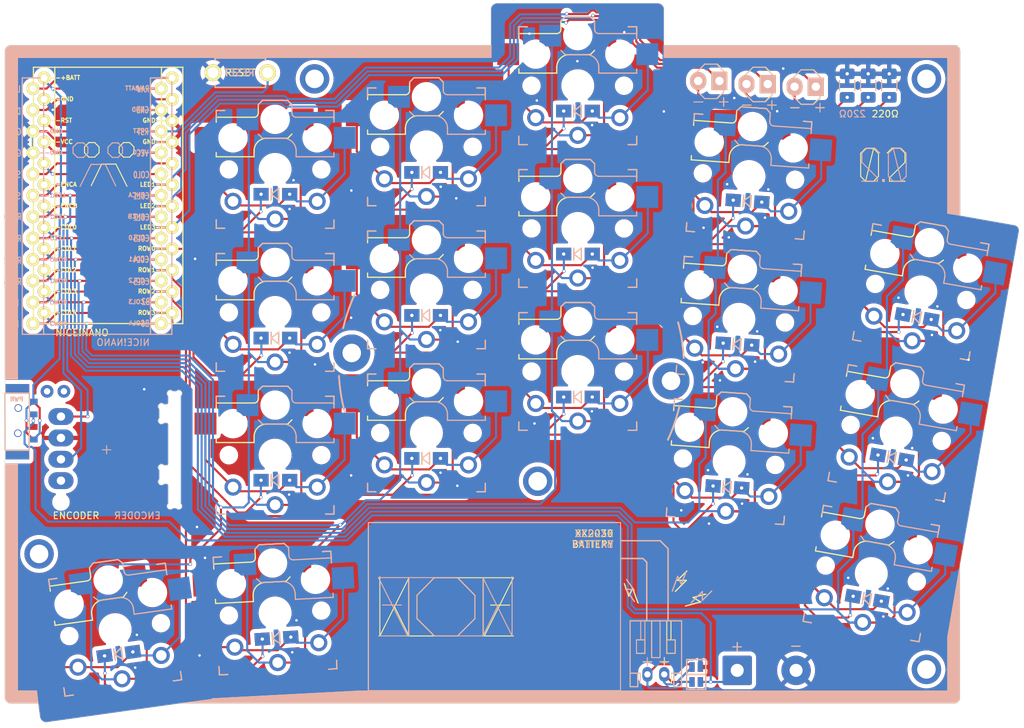
<source format=kicad_pcb>
(kicad_pcb (version 20221018) (generator pcbnew)
  (title_block (title "KLOTZ split keyboard") (date "2022-07-03") (rev "0.2") (comment 1 "Author: GEIST"))
  (layers (0 "F.Cu" signal) (31 "B.Cu" signal) (34 "B.Paste" user) (35 "F.Paste" user) (36 "B.SilkS" user "B.Silkscreen") (37 "F.SilkS" user "F.Silkscreen") (38 "B.Mask" user) (39 "F.Mask" user) (44 "Edge.Cuts" user))
  (net 0 "")
  (net 1 "row0")
  (net 2 "Net-(BT2-+)")
  (net 3 "Net-(D1-A)")
  (net 4 "Net-(D2-A)")
  (net 5 "Net-(D3-A)")
  (net 6 "Net-(D4-A)")
  (net 7 "row1")
  (net 8 "Net-(D5-A)")
  (net 9 "Net-(D6-A)")
  (net 10 "Net-(D7-A)")
  (net 11 "Net-(D8-A)")
  (net 12 "Net-(D9-A)")
  (net 13 "row2")
  (net 14 "Net-(D10-A)")
  (net 15 "Net-(D11-A)")
  (net 16 "Net-(D12-A)")
  (net 17 "Net-(D13-A)")
  (net 18 "Net-(D14-A)")
  (net 19 "row3")
  (net 20 "VCC")
  (net 21 "GND")
  (net 22 "RESET")
  (net 23 "col4")
  (net 24 "col3")
  (net 25 "col2")
  (net 26 "col1")
  (net 27 "col0")
  (net 28 "ENCA")
  (net 29 "ENCB")
  (net 30 "Net-(D15-A)")
  (net 31 "LED2")
  (net 32 "Net-(D16-A)")
  (net 33 "LED3")
  (net 34 "+BATT")
  (net 35 "Net-(D17-A)")
  (net 36 "LED1")
  (net 37 "/PL1")
  (net 38 "/PL2")
  (net 39 "/PL3")
  (net 40 "unconnected-(PSW1A-A-Pad1)")
  (net 41 "/PAD1")
  (net 42 "/PAD2")
  (net 46 "unconnected-(U1-TX0{slash}D3-Pad1)")
  (net 47 "unconnected-(U1-RX1{slash}D2-Pad2)")
  (net 48 "unconnected-(U1-2{slash}D1{slash}SDA-Pad5)")
  (net 49 "unconnected-(U1-F4{slash}A3-Pad20)")
  (footprint "KLOTZ:LED_3mm_reversible" (layer "F.Cu") (at 180.251019 58.576792)
    (fp_text reference "L1" hide)
    (fp_text value "LED" hide)
  )
  (footprint "KLOTZ:Diode_SOD123" (layer "F.Cu") (at 152.97 61.38)
    (fp_text reference "D3" hide)
    (fp_text value "D_Small" hide)
  )
  (footprint "KLOTZ:Diode_SOD123" (layer "F.Cu") (at 134.92 102.67)
    (fp_text reference "D12" hide)
    (fp_text value "D_Small" hide)
  )
  (footprint "KLOTZ:Jumper" (layer "F.Cu") (at 167.025 129.25)
    (fp_text reference "JP2" hide)
    (fp_text value "Device_Jumper_NO_Small" hide)
  )
  (footprint "KLOTZ:Kailh_socket_PG1350_optional_reversible" (layer "F.Cu") (at 152.944862 58.365117)
    (fp_text reference "SW3" hide)
    (fp_text value "MX_SW_HS" hide)
  )
  (footprint "KLOTZ:Diode_SOD123" (layer "F.Cu") (at 193.285827 85.864798 -10)
    (fp_text reference "D5" hide)
    (fp_text value "D_Small" hide)
  )
  (footprint "KLOTZ:LED_3mm_reversible" (layer "F.Cu") (at 174.500504 58.188721)
    (fp_text reference "L2" hide)
    (fp_text value "LED" hide)
  )
  (footprint "KLOTZ:ResetSW" (layer "F.Cu") (at 112.82 56.82 180)
    (fp_text reference "RSW1" hide)
    (fp_text value "SW_Push" hide)
  )
  (footprint "KLOTZ:Kailh_socket_PG1350_optional_reversible" (layer "F.Cu") (at 187.836064 116.364248 -10)
    (fp_text reference "SW15" hide)
    (fp_text value "MX_SW_HS" hide)
  )
  (footprint "KLOTZ:R_1206_DoubleSided" (layer "F.Cu") (at 189.975 58.35 90)
    (fp_text reference "R3" hide)
    (fp_text value "220" hide)
  )
  (footprint "KLOTZ:Kailh_socket_PG1350_optional_reversible" (layer "F.Cu") (at 134.952431 99.641867)
    (fp_text reference "SW12" hide)
    (fp_text value "MX_SW_HS" hide)
  )
  (footprint "KLOTZ:Diode_SOD123" (layer "F.Cu") (at 116.99 88.37)
    (fp_text reference "D6" hide)
    (fp_text value "D_Small" hide)
  )
  (footprint "KLOTZ:Diode_SOD123" (layer "F.Cu") (at 134.92 85.67)
    (fp_text reference "D7" hide)
    (fp_text value "D_Small" hide)
  )
  (footprint "KLOTZ:SplitkbTentingPuck_threeholes" (layer "F.Cu") (at 145.05 91.8 -5)
    (fp_text reference "REF**" hide)
    (fp_text value "Tenting Puck" hide)
  )
  (footprint "evq:EVQWGD001" (layer "F.Cu") (at 97.35 101.65 90)
    (fp_text reference "SW19" hide)
    (fp_text value "EVQWGD001")
    (fp_line (start -6.94997 7.450024) (end -6.95 7.85) (stroke (width 0.05)) (layer "Edge.Cuts"))
    (fp_line (start -6.4 6.900001) (end -4.25 6.9) (stroke (width 0.05)) (layer "Edge.Cuts"))
    (fp_line (start -6.4 8.4) (end 6.4 8.4) (stroke (width 0.05)) (layer "Edge.Cuts"))
    (fp_line (start -4.05 6.7) (end -4.05 6.4) (stroke (width 0.05)) (layer "Edge.Cuts"))
    (fp_line (start -2.4 5.85) (end -3.5 5.85) (stroke (width 0.05)) (layer "Edge.Cuts"))
    (fp_line (start -1.85 6.7) (end -1.85 6.4) (stroke (width 0.05)) (layer "Edge.Cuts"))
    (fp_line (start -1.65 6.9) (end 3 6.9) (stroke (width 0.05)) (layer "Edge.Cuts"))
    (fp_line (start 3.2 6.7) (end 3.2 6.4) (stroke (width 0.05)) (layer "Edge.Cuts"))
    (fp_line (start 4.85 5.85) (end 3.75 5.85) (stroke (width 0.05)) (layer "Edge.Cuts"))
    (fp_line (start 5.4 6.7) (end 5.4 6.4) (stroke (width 0.05)) (layer "Edge.Cuts"))
    (fp_line (start 5.6 6.9) (end 6.4 6.9) (stroke (width 0.05)) (layer "Edge.Cuts"))
    (fp_line (start 6.95 7.45) (end 6.95 7.85) (stroke (width 0.05)) (layer "Edge.Cuts"))
    (fp_arc (start -6.94997 7.450024) (mid -6.976147 6.87388) (end -6.4 6.900001) (stroke (width 0.05)) (layer "Edge.Cuts"))
    (fp_arc (start -6.4 8.4) (mid -6.976134 8.426134) (end -6.95 7.85) (stroke (width 0.05)) (layer "Edge.Cuts"))
    (fp_arc (start -4.05 6.4) (mid -4.076134 5.823866) (end -3.5 5.85) (stroke (width 0.05)) (layer "Edge.Cuts"))
    (fp_arc (start -4.05 6.7) (mid -4.108579 6.841421) (end -4.25 6.9) (stroke (width 0.05)) (layer "Edge.Cuts"))
    (fp_arc (start -2.4 5.85) (mid -1.823866 5.823866) (end -1.85 6.4) (stroke (width 0.05)) (layer "Edge.Cuts"))
    (fp_arc (start -1.65 6.9) (mid -1.791421 6.841421) (end -1.85 6.7) (stroke (width 0.05)) (layer "Edge.Cuts"))
    (fp_arc (start 3.2 6.4) (mid 3.173866 5.823866) (end 3.75 5.85) (stroke (width 0.05)) (layer "Edge.Cuts"))
    (fp_arc (start 3.2 6.7) (mid 3.141421 6.841421) (end 3 6.9) (stroke (width 0.05)) (layer "Edge.Cuts"))
    (fp_arc (start 4.85 5.85) (mid 5.426134 5.823866) (end 5.4 6.4) (stroke (width 0.05)) (layer "Edge.Cuts"))
    (fp_arc (start 5.6 6.9) (mid 5.458579 6.841421) (end 5.4 6.7) (stroke (width 0.05)) (layer "Edge.Cuts"))
    (fp_arc (start 6.4 6.9) (mid 6.976134 6.873866) (end 6.95 7.45) (stroke (width 0.05)) (layer "Edge.Cuts"))
    (fp_arc (start 6.95 7.85) (mid 6.976134 8.426134) (end 6.4 8.4) (stroke (width 0.05)) (layer "Edge.Cuts"))
  )
  (footprint "KLOTZ:JST_PH_reversible" (layer "F.Cu") (at 163.225 128.35 180)
    (fp_text reference "BT1")
    (fp_text value "Battery_Cell" hide)
  )
  (footprint "KLOTZ:Kailh_socket_PG1350_optional_reversible" (layer "F.Cu") (at 170.937294 103.063964 -4)
    (fp_text reference "SW14" hide)
    (fp_text value "MX_SW_HS" hide)
  )
  (footprint "MountingHole:MountingHole_2.2mm_M2_ISO7380_Pad" (layer "F.Cu") (at 194.398013 57.553692)
    (fp_text reference "MH2" hide)
    (fp_text value "MountingHole" hide)
  )
  (footprint "KLOTZ:Diode_SOD123" (layer "F.Cu") (at 187.36 119.36 -10)
    (fp_text reference "D15" hide)
    (fp_text value "D_Small" hide)
  )
  (footprint "KLOTZ:Kailh_socket_PG1350_optional_reversible" (layer "F.Cu") (at 152.944862 75.334448)
    (fp_text reference "SW8" hide)
    (fp_text value "MX_SW_HS" hide)
  )
  (footprint "MountingHole:MountingHole_2.2mm_M2_ISO7380_Pad" (layer "F.Cu") (at 148.18216 105.392393)
    (fp_text reference "MH3" hide)
    (fp_text value "MountingHole" hide)
  )
  (footprint "KLOTZ:Kailh_socket_PG1350_optional_reversible" (layer "F.Cu") (at 173.301009 69.160575 -4)
    (fp_text reference "SW4" hide)
    (fp_text value "MX_SW_HS" hide)
  )
  (footprint "KLOTZ:Kailh_socket_PG1350_optional_reversible" (layer "F.Cu") (at 172.101506 86.129911 -4)
    (fp_text reference "SW9" hide)
    (fp_text value "MX_SW_HS" hide)
  )
  (footprint "KLOTZ:Kailh_socket_PG1350_optional_reversible" (layer "F.Cu") (at 152.944862 92.33906)
    (fp_text reference "SW13" hide)
    (fp_text value "MX_SW_HS" hide)
  )
  (footprint "KLOTZ:Kailh_socket_PG1350_optional_reversible" (layer "F.Cu") (at 97.944469 123.032035 8)
    (fp_text reference "SW16" hide)
    (fp_text value "MX_SW_HS" hide)
  )
  (footprint "KLOTZ:Diode_SOD123" (layer "F.Cu") (at 152.97 78.38)
    (fp_text reference "D8" hide)
    (fp_text value "D_Small" hide)
  )
  (footprint "MountingHole:MountingHole_2.2mm_M2_ISO7380_Pad" (layer "F.Cu") (at 88.9 114.03)
    (fp_text reference "MH4" hide)
    (fp_text value "MountingHole" hide)
  )
  (footprint "KLOTZ:Diode_SOD123" (layer "F.Cu") (at 171.924141 89.091414 -4)
    (fp_text reference "D9" hide)
    (fp_text value "D_Small" hide)
  )
  (footprint "KLOTZ:Kailh_socket_PG1350_optional_reversible" (layer "F.Cu") (at 116.96 102.287813)
    (fp_text reference "SW11" hide)
    (fp_text value "MX_SW_HS" hide)
  )
  (footprint "KLOTZ:R_1206_DoubleSided" (layer "F.Cu") (at 187.475 58.35 90)
    (fp_text reference "R2" hide)
    (fp_text value "220" hide)
  )
  (footprint "KLOTZ:Jumper" (layer "F.Cu") (at 167.025 127.475)
    (fp_text reference "JP4" hide)
    (fp_text value "Device_Jumper_NO_Small" hide)
  )
  (footprint "KLOTZ:Diode_SOD123" (layer "F.Cu") (at 190.311654 102.569596 -10)
    (fp_text reference "D10" hide)
    (fp_text value "D_Small" hide)
  )
  (footprint "KLOTZ:Diode_SOD123" (layer "F.Cu") (at 152.97 95.38)
    (fp_text reference "D13" hide)
    (fp_text value "D_Small" hide)
  )
  (footprint "KLOTZ:Diode_SOD123" (layer "F.Cu") (at 98.366544 125.916594 8)
    (fp_text reference "D16" hide)
    (fp_text value "D_Small" hide)
  )
  (footprint "KLOTZ:Diode_SOD123" (layer "F.Cu") (at 117.134141 124.038586 4)
    (fp_text reference "D17" hide)
    (fp_text value "D_Small" hide)
  )
  (footprint "KLOTZ:Kailh_socket_PG1350_optional_reversible" (layer "F.Cu") (at 193.72771 82.88421 -10)
    (fp_text reference "SW5" hide)
    (fp_text value "MX_SW_HS" hide)
  )
  (footprint "MountingHole:MountingHole_2.2mm_M2_ISO7380_Pad" (layer "F.Cu") (at 121.652143 57.553692)
    (fp_text reference "MH1" hide)
    (fp_text value "MountingHole" hide)
  )
  (footprint "KLOTZ:Diode_SOD123" (layer "F.Cu") (at 134.92 68.67)
    (fp_text reference "D2" hide)
    (fp_text value "D_Small" hide)
  )
  (footprint "KLOTZ:Kailh_socket_PG1350_optional_reversible" (layer "F.Cu") (at 116.96 85.318484)
    (fp_text reference "SW6" hide)
    (fp_text value "MX_SW_HS" hide)
  )
  (footprint "KLOTZ:MSK12C02_reversible" (layer "F.Cu") (at 85.025 94.435)
    (fp_text reference "PSW1" hide)
    (fp_text value "SW_DPDT_x2" hide)
  )
  (footprint "KLOTZ:Kailh_socket_PG1350_optional_reversible" (layer "F.Cu") (at 134.952431 65.632647)
    (fp_text reference "SW2" hide)
    (fp_text value "MX_SW_HS" hide)
  )
  (footprint "KLOTZ:Diode_SOD123" (layer "F.Cu") (at 116.99 105.27)
    (fp_text reference "D11" hide)
    (fp_text value "D_Small" hide)
  )
  (footprint "KLOTZ:Diode_SOD123" (layer "F.Cu") (at 116.99 71.27)
    (fp_text reference "D1" hide)
    (fp_text value "D_Small" hide)
  )
  (footprint "KLOTZ:Diode_SOD123" (layer "F.Cu") (at 173.124141 72.091414 -4)
    (fp_text reference "D4" hide)
    (fp_text value "D_Small" hide)
  )
  (footprint "KLOTZ:Kailh_socket_PG1350_optional_reversible" (layer "F.Cu") (at 116.96 68.313872)
    (fp_text reference "SW1" hide)
    (fp_text value "MX_SW_HS" hide)
  )
  (footprint "KLOTZ:Kailh_socket_PG1350_optional_reversible" (layer "F.Cu") (at 116.96 121.056395 3)
    (fp_text reference "SW17" hide)
    (fp_text value "MX_SW_HS" hide)
  )
  (footprint "MountingHole:MountingHole_2.2mm_M2_ISO7380_Pad" (layer "F.Cu") (at 194.398013 127.759458)
    (fp_text reference "MH5" hide)
    (fp_text value "MountingHole" hide)
  )
  (footprint "KLOTZ:Kailh_socket_PG1350_optional_reversible" (layer "F.Cu") (at 134.952431 82.637259)
    (fp_text reference "SW7" hide)
    (fp_text value "MX_SW_HS" hide)
  )
  (footprint "KLOTZ:ProMicro_v2" (layer "F.Cu") (at 97.0625 71.918)
    (fp_text reference "U1" hide)
    (fp_text value "nice!nano" hide)
  )
  (footprint "KLOTZ:Diode_SOD123" (layer "F.Cu") (at 170.728282 106.072828 -4)
    (fp_text reference "D14" hide)
    (fp_text value "D_Small" hide)
  )
  (footprint "KLOTZ:LED_3mm_reversible" (layer "F.Cu") (at 168.785254 57.800649)
    (fp_text reference "L3" hide)
    (fp_text value "LED" hide)
  )
  (footprint "KLOTZ:R_1206_DoubleSided" (layer "F.Cu") (at 184.975 58.35 90)
    (fp_text reference "R1" hide)
    (fp_text value "220" hide)
  )
  (footprint "KLOTZ:Kailh_socket_PG1350_optional_reversible" (layer "F.Cu") (at 190.799523 99.641867 -10)
    (fp_text reference "SW10" hide)
    (fp_text value "MX_SW_HS" hide)
  )
  (footprint "KLOTZ:Jumper" (layer "B.Cu") (at 167.025 129.25)
    (fp_text reference "JP3" hide)
    (fp_text value "Device_Jumper_NO_Small" hide)
  )
  (footprint "KLOTZ:custombatteryconnector" (layer "B.Cu") (at 175.3 127.875)
    (fp_text reference "BT2" hide)
    (fp_text value "Battery_Cell" hide)
  )
  (footprint "KLOTZ:Jumper" (layer "B.Cu") (at 167.025 127.475)
    (fp_text reference "JP1" hide)
    (fp_text value "Device_Jumper_NO_Small" hide)
  )
  (gr_line (start 171.9 125.6) (end 171.9 124.57248) (stroke (width 0.125)) (layer "B.SilkS"))
  (gr_line (start 191.404526 69.725) (end 190.45504 65.8175) (stroke (width 0.12)) (layer "B.SilkS"))
  (gr_line (start 138.663433 123.776073) (end 140.727265 121.712243) (stroke (width 0.119999)) (layer "B.SilkS"))
  (gr_line (start 190.455039 69.724999) (end 189.87074 69.1407) (stroke (width 0.12)) (layer "B.SilkS"))
  (gr_line (start 94.180356 66.88956) (end 94.69938 66.370535) (stroke (width 0.124999)) (layer "B.SilkS"))
  (gr_line (start 92.934696 65.678502) (end 92.934696 65.678502) (stroke (width 0.124999)) (layer "B.SilkS"))
  (gr_line (start 135.9 116.85) (end 135.9 116.85) (stroke (width 0.119999)) (layer "B.SilkS"))
  (gr_line (start 129.708509 120.103157) (end 131.982223 120.103157) (stroke (width 0.119999)) (layer "B.SilkS"))
  (gr_line (start 167.755336 118.502502) (end 167.755338 119.552503) (stroke (width 0.15)) (layer "B.SilkS"))
  (gr_line (start 189.334531 69.527491) (end 189.204531 69.527491) (stroke (width 0.15)) (layer "B.SilkS"))
  (gr_line (start 167.755338 119.552503) (end 168.865337 118.442501) (stroke (width 0.15)) (layer "B.SilkS"))
  (gr_line (start 178.358999 125) (end 179.375 125) (stroke (width 0.12)) (layer "B.SilkS"))
  (gr_line (start 158.075 112.45) (end 162.725 112.45) (stroke (width 0.15)) (layer "B.SilkS"))
  (gr_line (start 141.706709 116.85) (end 141.706709 123.776073) (stroke (width 0.119999)) (layer "B.SilkS"))
  (gr_line (start 187.30785 65.779651) (end 188.257341 65.779642) (stroke (width 0.12)) (layer "B.SilkS"))
  (gr_line (start 189.87074 69.1407) (end 189.870741 66.401799) (stroke (width 0.12)) (layer "B.SilkS"))
  (gr_line (start 98.297955 66.88956) (end 98.81698 66.370535) (stroke (width 0.124999)) (layer "B.SilkS"))
  (gr_line (start 161.21348 127.357999) (end 161.21348 126.341999) (stroke (width 0.12)) (layer "B.SilkS"))
  (gr_line (start 188.5657 69.72) (end 188.5657 69.312149) (stroke (width 0.12)) (layer "B.SilkS"))
  (gr_line (start 98.81698 66.370535) (end 98.81698 65.678502) (stroke (width 0.124999)) (layer "B.SilkS"))
  (gr_poly (pts (xy 142.695732 55.065903) (xy 86.395767 55.065903) (xy 86.395767 93.280782) (xy 84.844612 93.280782) (xy 84.844612 54.184563) (xy 84.879863 54.149312) (xy 84.879863 54.043549) (xy 84.915119 54.008298) (xy 84.915119 53.973046) (xy 84.950378 53.937791) (xy 84.950378 53.902535) (xy 84.985622 53.867284) (xy 84.985622 53.832028) (xy 85.020885 53.79678) (xy 85.056129 53.79678) (xy 85.056129 53.761521) (xy 85.091392 53.726266) (xy 85.126644 53.726266) (xy 85.126644 53.691018) (xy 85.161895 53.691018) (xy 85.197151 53.655759) (xy 85.232402 53.620511) (xy 85.302909 53.620511) (xy 85.338165 53.585252) (xy 85.373413 53.585252) (xy 85.408668 53.55) (xy 142.695732 53.55)) (fill solid) (layer "B.SilkS"))
  (gr_line (start 159.68668 119.696832) (end 158.615952 118.167669) (stroke (width 0.15)) (layer "B.SilkS"))
  (gr_line (start 94.69938 66.370535) (end 94.69938 65.678502) (stroke (width 0.124999)) (layer "B.SilkS"))
  (gr_line (start 96.43 101.65) (end 97.43 101.65) (stroke (width 0.12)) (layer "B.SilkS"))
  (gr_line (start 159.65 118.35) (end 158.749611 117.064112) (stroke (width 0.15)) (layer "B.SilkS"))
  (gr_line (start 132.716806 123.776073) (end 129.253768 123.776073) (stroke (width 0.119999)) (layer "B.SilkS"))
  (gr_line (start 132.856727 116.85) (end 132.856727 116.85) (stroke (width 0.119999)) (layer "B.SilkS"))
  (gr_line (start 93.453721 66.88956) (end 94.180356 66.88956) (stroke (width 0.124999)) (layer "B.SilkS"))
  (gr_line (start 132.856727 116.85) (end 129.253768 116.85) (stroke (width 0.119999)) (layer "B.SilkS"))
  (gr_line (start 190.45504 65.8175) (end 191.404531 65.817491) (stroke (width 0.12)) (layer "B.SilkS"))
  (gr_line (start 189.354531 69.717491) (end 189.354531 69.527491) (stroke (width 0.15)) (layer "B.SilkS"))
  (gr_line (start 98.297955 65.159477) (end 97.605922 65.159477) (stroke (width 0.124999)) (layer "B.SilkS"))
  (gr_line (start 133.836171 118.94881) (end 133.836171 118.94881) (stroke (width 0.119999)) (layer "B.SilkS"))
  (gr_line (start 94.180356 65.159477) (end 93.453721 65.159477) (stroke (width 0.124999)) (layer "B.SilkS"))
  (gr_line (start 132.856727 123.776073) (end 132.856727 116.85) (stroke (width 0.119999)) (layer "B.SilkS"))
  (gr_line (start 96.93 101.15) (end 96.93 102.15) (stroke (width 0.12)) (layer "B.SilkS"))
  (gr_line (start 145.134765 123.776073) (end 141.671728 116.85) (stroke (width 0.119999)) (layer "B.SilkS"))
  (gr_line (start 93.453721 66.88956) (end 93.453721 66.88956) (stroke (width 0.124999)) (layer "B.SilkS"))
  (gr_line (start 133.836171 121.712243) (end 133.836171 121.712243) (stroke (width 0.119999)) (layer "B.SilkS"))
  (gr_line (start 94.180356 66.88956) (end 94.180356 66.88956) (stroke (width 0.124999)) (layer "B.SilkS"))
  (gr_poly (pts (xy 86.391155 130.265) (xy 88.647388 130.265) (xy 88.823657 131.816155) (xy 85.545078 131.816155) (xy 85.474567 131.780915) (xy 85.368801 131.780915) (xy 85.333553 131.74566) (xy 85.263042 131.74566) (xy 85.22779 131.710397) (xy 85.192539 131.710397) (xy 85.157283 131.675149) (xy 85.122032 131.675149) (xy 85.122032 131.639893) (xy 85.08678 131.604646) (xy 85.051517 131.604646) (xy 85.051517 131.569383) (xy 85.016273 131.534135) (xy 84.98101 131.498879) (xy 84.945766 131.463616) (xy 84.945766 131.428376) (xy 84.910507 131.393121) (xy 84.910507 131.32261) (xy 84.875251 131.287354) (xy 84.875251 131.181596) (xy 84.84 131.14634) (xy 84.84 103.331277) (xy 86.391155 103.331277)) (fill solid) (layer "B.SilkS"))
  (gr_line (start 94.69938 66.370535) (end 94.69938 66.370535) (stroke (width 0.124999)) (layer "B.SilkS"))
  (gr_line (start 165.265338 117.652503) (end 165.802232 116.177395) (stroke (width 0.15)) (layer "B.SilkS"))
  (gr_line (start 189.204531 69.527491) (end 189.204531 69.717491) (stroke (width 0.15)) (layer "B.SilkS"))
  (gr_line (start 92.934696 66.370535) (end 93.453721 66.88956) (stroke (width 0.124999)) (layer "B.SilkS"))
  (gr_line (start 161.15 115.025) (end 160.7 114.575) (stroke (width 0.15)) (layer "B.SilkS"))
  (gr_line (start 98.297955 65.159477) (end 98.297955 65.159477) (stroke (width 0.124999)) (layer "B.SilkS"))
  (gr_line (start 164.183117 118.455062) (end 164.821588 116.700881) (stroke (width 0.15)) (layer "B.SilkS"))
  (gr_line (start 189.204531 69.717491) (end 189.354531 69.717491) (stroke (width 0.15)) (layer "B.SilkS"))
  (gr_line (start 92.934696 65.678502) (end 92.934696 66.370535) (stroke (width 0.124999)) (layer "B.SilkS"))
  (gr_line (start 158.615952 118.167669) (end 159.65 118.35) (stroke (width 0.15)) (layer "B.SilkS"))
  (gr_line (start 135.9 123.776073) (end 138.663433 123.776073) (stroke (width 0.119999)) (layer "B.SilkS"))
  (gr_line (start 141.706709 123.776073) (end 138.628454 123.776073) (stroke (width 0.119999)) (layer "B.SilkS"))
  (gr_line (start 97.086897 65.678502) (end 97.086897 65.678502) (stroke (width 0.124999)) (layer "B.SilkS"))
  (gr_line (start 138.663433 123.776073) (end 138.663433 123.776073) (stroke (width 0.119999)) (layer "B.SilkS"))
  (gr_line (start 186.723551 67.47) (end 186.723551 66.36395) (stroke (width 0.12)) (layer "B.SilkS"))
  (gr_line (start 140.727265 118.94881) (end 138.663433 116.85) (stroke (width 0.119999)) (layer "B.SilkS"))
  (gr_line (start 163.740999 126.867001) (end 162.713479 126.867001) (stroke (width 0.12)) (layer "B.SilkS"))
  (gr_line (start 140.727265 118.94881) (end 140.727265 118.94881) (stroke (width 0.119999)) (layer "B.SilkS"))
  (gr_line (start 93.453721 65.159477) (end 93.453721 65.159477) (stroke (width 0.124999)) (layer "B.SilkS"))
  (gr_line (start 135.9 116.85) (end 133.836171 118.94881) (stroke (width 0.119999)) (layer "B.SilkS"))
  (gr_line (start 186.723551 66.36395) (end 187.30785 65.779651) (stroke (width 0.12)) (layer "B.SilkS"))
  (gr_line (start 145.134765 123.776073) (end 145.134765 123.776073) (stroke (width 0.119999)) (layer "B.SilkS"))
  (gr_line (start 133.836171 121.712243) (end 135.9 123.776073) (stroke (width 0.119999)) (layer "B.SilkS"))
  (gr_line (start 138.663433 116.85) (end 135.9 116.85) (stroke (width 0.119999)) (layer "B.SilkS"))
  (gr_poly (pts (xy 198.072785 53.583731) (xy 198.108033 53.61899) (xy 198.178528 53.689501) (xy 198.213761 53.724756) (xy 198.249024 53.760012) (xy 198.284257 53.795267) (xy 198.319504 53.830522) (xy 198.354737 53.865782) (xy 198.39 53.901033) (xy 198.39 73.819326) (xy 196.8741 73.572546) (xy 196.8741 55.064425) (xy 163.171677 55.064425) (xy 163.171677 53.548521) (xy 197.685105 53.548479) (xy 198.037553 53.548479)) (fill solid) (layer "B.SilkS"))
  (gr_line (start 191.40453 69.725) (end 191.404526 69.725) (stroke (width 0.12)) (layer "B.SilkS"))
  (gr_line (start 189.870741 66.401799) (end 190.45504 65.8175) (stroke (width 0.12)) (layer "B.SilkS"))
  (gr_line (start 129.253768 116.85) (end 129.253768 116.85) (stroke (width 0.119999)) (layer "B.SilkS"))
  (gr_line (start 89.43 87.91) (end 102.1425 87.92) (stroke (width 0.15)) (layer "B.SilkS"))
  (gr_line (start 140.727265 121.712243) (end 140.727265 118.94881) (stroke (width 0.119999)) (layer "B.SilkS"))
  (gr_line (start 188.5657 69.312149) (end 186.723551 67.47) (stroke (width 0.12)) (layer "B.SilkS"))
  (gr_line (start 97.086897 66.370535) (end 97.605922 66.88956) (stroke (width 0.124999)) (layer "B.SilkS"))
  (gr_poly (pts (xy 198.361316 131.050783) (xy 198.361316 131.4386) (xy 198.29082 131.509111) (xy 198.255588 131.544366) (xy 198.220325 131.579622) (xy 198.185092 131.614877) (xy 198.149844 131.650133) (xy 198.114612 131.685388) (xy 198.079349 131.720651) (xy 198.044116 131.755899) (xy 198.008868 131.791154) (xy 105.609348 131.791154) (xy 109.451984 131.262353) (xy 109.451984 131.191797) (xy 126.937762 130.275201) (xy 196.880832 130.275201) (xy 196.880832 123.859048) (xy 198.361484 115.362932)) (fill solid) (layer "B.SilkS"))
  (gr_line (start 98.81698 66.370535) (end 98.81698 66.370535) (stroke (width 0.124999)) (layer "B.SilkS"))
  (gr_line (start 132.856727 116.85) (end 135.934982 116.85) (stroke (width 0.119999)) (layer "B.SilkS"))
  (gr_line (start 186.6907 69.72) (end 188.5657 69.72) (stroke (width 0.12)) (layer "B.SilkS"))
  (gr_line (start 163.675 113.4) (end 163.675 121.975) (stroke (width 0.15)) (layer "B.SilkS"))
  (gr_line (start 92.934696 66.370535) (end 92.934696 66.370535) (stroke (width 0.124999)) (layer "B.SilkS"))
  (gr_line (start 97.086897 66.370535) (end 97.086897 66.370535) (stroke (width 0.124999)) (layer "B.SilkS"))
  (gr_line (start 191.40453 69.725) (end 190.455039 69.724999) (stroke (width 0.12)) (layer "B.SilkS"))
  (gr_line (start 97.605922 65.159477) (end 97.086897 65.678502) (stroke (width 0.124999)) (layer "B.SilkS"))
  (gr_line (start 191.98883 69.1407) (end 191.40453 69.725) (stroke (width 0.12)) (layer "B.SilkS"))
  (gr_line (start 94.69938 65.678502) (end 94.180356 65.159477) (stroke (width 0.124999)) (layer "B.SilkS"))
  (gr_line (start 160.70548 126.849999) (end 161.72148 126.85) (stroke (width 0.12)) (layer "B.SilkS"))
  (gr_line (start 97.086897 65.678502) (end 97.086897 66.370535) (stroke (width 0.124999)) (layer "B.SilkS"))
  (gr_line (start 191.98883 66.40179) (end 191.98883 69.1407) (stroke (width 0.12)) (layer "B.SilkS"))
  (gr_line (start 188.257341 65.779642) (end 188.84164 66.363941) (stroke (width 0.12)) (layer "B.SilkS"))
  (gr_line (start 97.605922 65.159477) (end 97.605922 65.159477) (stroke (width 0.124999)) (layer "B.SilkS"))
  (gr_line (start 129.253768 116.85) (end 132.716806 123.776073) (stroke (width 0.119999)) (layer "B.SilkS"))
  (gr_line (start 171.392 125.080481) (end 172.408 125.08048) (stroke (width 0.125)) (layer "B.SilkS"))
  (gr_line (start 133.836171 118.94881) (end 133.836171 121.712243) (stroke (width 0.119999)) (layer "B.SilkS"))
  (gr_line (start 138.663433 116.85) (end 138.663433 116.85) (stroke (width 0.119999)) (layer "B.SilkS"))
  (gr_line (start 97.605922 66.88956) (end 98.297955 66.88956) (stroke (width 0.124999)) (layer "B.SilkS"))
  (gr_line (start 95.08 67.72) (end 95.08 67.72) (stroke (width 0.124999)) (layer "B.SilkS"))
  (gr_line (start 94.180356 65.159477) (end 94.180356 65.159477) (stroke (width 0.124999)) (layer "B.SilkS"))
  (gr_line (start 97.605922 66.88956) (end 97.605922 66.88956) (stroke (width 0.124999)) (layer "B.SilkS"))
  (gr_line (start 145.134765 116.74506) (end 145.134765 123.776073) (stroke (width 0.119999)) (layer "B.SilkS"))
  (gr_line (start 96.775481 67.72) (end 96.775481 67.72) (stroke (width 0.124999)) (layer "B.SilkS"))
  (gr_line (start 164.821588 116.700881) (end 165.265338 117.652503) (stroke (width 0.15)) (layer "B.SilkS"))
  (gr_line (start 191.404531 65.817491) (end 191.98883 66.40179) (stroke (width 0.12)) (layer "B.SilkS"))
  (gr_line (start 166.435338 119.822501) (end 167.755336 118.502502) (stroke (width 0.15)) (layer "B.SilkS"))
  (gr_line (start 98.81698 65.678502) (end 98.297955 65.159477) (stroke (width 0.124999)) (layer "B.SilkS"))
  (gr_line (start 96.775481 67.72) (end 98.021141 70.280524) (stroke (width 0.124999)) (layer "B.SilkS"))
  (gr_line (start 98.297955 66.88956) (end 98.297955 66.88956) (stroke (width 0.124999)) (layer "B.SilkS"))
  (gr_rect (start 128.05 110.3) (end 158.025 130.3) (stroke (width 0.12)) (fill none) (layer "B.SilkS"))
  (gr_line (start 160.7 114.575) (end 158.05 114.575) (stroke (width 0.15)) (layer "B.SilkS"))
  (gr_line (start 141.671727 123.776075) (end 143.385756 120.313038) (stroke (width 0.119999)) (layer "B.SilkS"))
  (gr_line (start 95.08 67.72) (end 96.775481 67.72) (stroke (width 0.124999)) (layer "B.SilkS"))
  (gr_line (start 141.706709 123.776073) (end 141.706709 123.776073) (stroke (width 0.119999)) (layer "B.SilkS"))
  (gr_line (start 93.765135 70.349728) (end 95.08 67.72) (stroke (width 0.124999)) (layer "B.SilkS"))
  (gr_line (start 135.9 123.776073) (end 135.9 123.776073) (stroke (width 0.119999)) (layer "B.SilkS"))
  (gr_line (start 93.453721 65.159477) (end 92.934696 65.678502) (stroke (width 0.124999)) (layer "B.SilkS"))
  (gr_line (start 132.716806 123.776073) (end 132.716806 123.776073) (stroke (width 0.119999)) (layer "B.SilkS"))
  (gr_line (start 161.15 121.95) (end 161.15 115.025) (stroke (width 0.15)) (layer "B.SilkS"))
  (gr_line (start 162.725 112.45) (end 163.675 113.4) (stroke (width 0.15)) (layer "B.SilkS"))
  (gr_line (start 167.554664 119.7375) (end 165.75151 120.220655) (stroke (width 0.15)) (layer "F.SilkS"))
  (gr_line (start 99.662117 66.854958) (end 100.181142 66.335933) (stroke (width 0.124999)) (layer "F.SilkS"))
  (gr_line (start 186.57687 69.1457) (end 186.57687 66.40679) (stroke (width 0.12)) (layer "F.SilkS"))
  (gr_poly (pts (xy 86.386125 130.258845) (xy 88.642358 130.258845) (xy 88.818627 131.81) (xy 85.540048 131.81) (xy 85.469537 131.77476) (xy 85.363771 131.77476) (xy 85.328523 131.739505) (xy 85.258012 131.739505) (xy 85.22276 131.704242) (xy 85.187509 131.704242) (xy 85.152253 131.668994) (xy 85.117002 131.668994) (xy 85.117002 131.633738) (xy 85.08175 131.598491) (xy 85.046487 131.598491) (xy 85.046487 131.563228) (xy 85.011243 131.52798) (xy 84.97598 131.492724) (xy 84.940736 131.457461) (xy 84.940736 131.422221) (xy 84.905477 131.386966) (xy 84.905477 131.316455) (xy 84.870221 131.281199) (xy 84.870221 131.175441) (xy 84.83497 131.140185) (xy 84.83497 103.325122) (xy 86.386125 103.325122)) (fill solid) (layer "F.SilkS"))
  (gr_line (start 132.840218 123.786845) (end 132.840218 116.860772) (stroke (width 0.119999)) (layer "F.SilkS"))
  (gr_line (start 140.710756 118.959582) (end 138.646927 116.860772) (stroke (width 0.119999)) (layer "F.SilkS"))
  (gr_line (start 98.935482 66.854958) (end 98.935482 66.854958) (stroke (width 0.124999)) (layer "F.SilkS"))
  (gr_line (start 141.6902 116.860772) (end 141.6902 116.860772) (stroke (width 0.119999)) (layer "F.SilkS"))
  (gr_line (start 135.918473 123.786845) (end 132.840218 123.786845) (stroke (width 0.119999)) (layer "F.SilkS"))
  (gr_line (start 145.293159 116.860772) (end 141.6902 116.860772) (stroke (width 0.119999)) (layer "F.SilkS"))
  (gr_line (start 163.675 113.4) (end 163.675 121.95) (stroke (width 0.15)) (layer "F.SilkS"))
  (gr_line (start 158.480885 117.572333) (end 159.017779 119.047441) (stroke (width 0.15)) (layer "F.SilkS"))
  (gr_line (start 99.662117 65.124875) (end 99.662117 65.124875) (stroke (width 0.124999)) (layer "F.SilkS"))
  (gr_line (start 96.340357 67.685398) (end 98.035838 67.685398) (stroke (width 0.124999)) (layer "F.SilkS"))
  (gr_line (start 138.646927 116.860772) (end 138.646927 116.860772) (stroke (width 0.119999)) (layer "F.SilkS"))
  (gr_line (start 100.181142 66.335933) (end 100.181142 65.6439) (stroke (width 0.124999)) (layer "F.SilkS"))
  (gr_line (start 132.840218 123.786845) (end 132.840218 123.786845) (stroke (width 0.119999)) (layer "F.SilkS"))
  (gr_line (start 140.710756 118.959582) (end 140.710756 118.959582) (stroke (width 0.119999)) (layer "F.SilkS"))
  (gr_line (start 95.094697 70.245922) (end 96.340357 67.685398) (stroke (width 0.124999)) (layer "F.SilkS"))
  (gr_line (start 90.7689 56.17) (end 103.4489 56.17) (stroke (width 0.15)) (layer "F.SilkS"))
  (gr_line (start 90.7689 86.625) (end 103.4489 86.65) (stroke (width 0.15)) (layer "F.SilkS"))
  (gr_line (start 178.367 125) (end 179.383001 125) (stroke (width 0.12)) (layer "F.SilkS"))
  (gr_line (start 98.935482 65.124875) (end 98.935482 65.124875) (stroke (width 0.124999)) (layer "F.SilkS"))
  (gr_line (start 133.819662 121.723015) (end 135.883494 123.786845) (stroke (width 0.119999)) (layer "F.SilkS"))
  (gr_line (start 98.416458 66.335933) (end 98.416458 66.335933) (stroke (width 0.124999)) (layer "F.SilkS"))
  (gr_line (start 189.72406 66.368941) (end 190.308359 65.784642) (stroke (width 0.12)) (layer "F.SilkS"))
  (gr_line (start 159.461529 118.095819) (end 160.1 119.85) (stroke (width 0.15)) (layer "F.SilkS"))
  (gr_line (start 191.842149 67.475) (end 190 69.317149) (stroke (width 0.12)) (layer "F.SilkS"))
  (gr_line (start 98.416458 65.6439) (end 98.416458 66.335933) (stroke (width 0.124999)) (layer "F.SilkS"))
  (gr_line (start 165.85 117.175) (end 164.53 118.495) (stroke (width 0.15)) (layer "F.SilkS"))
  (gr_line (start 191.25785 65.784651) (end 191.842149 66.36895) (stroke (width 0.12)) (layer "F.SilkS"))
  (gr_line (start 100.181142 65.6439) (end 99.662117 65.124875) (stroke (width 0.124999)) (layer "F.SilkS"))
  (gr_line (start 138.646927 116.860772) (end 135.883494 116.860772) (stroke (width 0.119999)) (layer "F.SilkS"))
  (gr_line (start 94.298858 65.6439) (end 94.298858 66.335933) (stroke (width 0.124999)) (layer "F.SilkS"))
  (gr_line (start 189.361169 69.532491) (end 189.231169 69.532491) (stroke (width 0.15)) (layer "F.SilkS"))
  (gr_line (start 138.646927 123.786845) (end 140.710756 121.723015) (stroke (width 0.119999)) (layer "F.SilkS"))
  (gr_line (start 95.509916 65.124875) (end 95.509916 65.124875) (stroke (width 0.124999)) (layer "F.SilkS"))
  (gr_line (start 96.340357 67.685398) (end 96.340357 67.685398) (stroke (width 0.124999)) (layer "F.SilkS"))
  (gr_line (start 94.817883 66.854958) (end 95.509916 66.854958) (stroke (width 0.124999)) (layer "F.SilkS"))
  (gr_line (start 133.819662 118.959582) (end 133.819662 121.723015) (stroke (width 0.119999)) (layer "F.SilkS"))
  (gr_line (start 188.11066 65.8225) (end 188.694959 66.406799) (stroke (width 0.12)) (layer "F.SilkS"))
  (gr_line (start 129.412162 123.786845) (end 129.412162 116.755832) (stroke (width 0.119999)) (layer "F.SilkS"))
  (gr_line (start 98.416458 66.335933) (end 98.935482 66.854958) (stroke (width 0.124999)) (layer "F.SilkS"))
  (gr_line (start 135.883494 116.860772) (end 135.883494 116.860772) (stroke (width 0.119999)) (layer "F.SilkS"))
  (gr_line (start 189.211169 69.722491) (end 189.361169 69.722491) (stroke (width 0.15)) (layer "F.SilkS"))
  (gr_line (start 171.9 124.57248) (end 171.900001 125.6) (stroke (width 0.12)) (layer "F.SilkS"))
  (gr_line (start 141.830121 123.786845) (end 141.830121 123.786845) (stroke (width 0.119999)) (layer "F.SilkS"))
  (gr_line (start 188.11066 65.8225) (end 187.161174 69.73) (stroke (width 0.12)) (layer "F.SilkS"))
  (gr_poly (pts (xy 198.082785 53.583799) (xy 198.118033 53.619058) (xy 198.188528 53.689569) (xy 198.223761 53.724824) (xy 198.259024 53.76008) (xy 198.294257 53.795335) (xy 198.329504 53.83059) (xy 198.364737 53.86585) (xy 198.4 53.901101) (xy 198.4 73.819394) (xy 196.8841 73.572614) (xy 196.8841 55.064493) (xy 163.181677 55.064493) (xy 163.181677 53.548589) (xy 197.695105 53.548547) (xy 198.047553 53.548547)) (fill solid) (layer "F.SilkS"))
  (gr_line (start 140.710756 121.723015) (end 140.710756 118.959582) (stroke (width 0.119999)) (layer "F.SilkS"))
  (gr_poly (pts (xy 198.361472 131.059629) (xy 198.361472 131.447446) (xy 198.290976 131.517957) (xy 198.255744 131.553212) (xy 198.220481 131.588468) (xy 198.185248 131.623723) (xy 198.15 131.658979) (xy 198.114768 131.694234) (xy 198.079505 131.729497) (xy 198.044272 131.764745) (xy 198.009024 131.8) (xy 105.609504 131.8) (xy 109.45214 131.271199) (xy 109.45214 131.200643) (xy 126.937918 130.284047) (xy 196.880988 130.284047) (xy 196.880988 123.867894) (xy 198.36164 115.371778)) (fill solid) (layer "F.SilkS"))
  (gr_line (start 99.662117 65.124875) (end 98.935482 65.124875) (stroke (width 0.124999)) (layer "F.SilkS"))
  (gr_line (start 138.646927 123.786845) (end 138.646927 123.786845) (stroke (width 0.119999)) (layer "F.SilkS"))
  (gr_line (start 160.7 114.575) (end 158.05 114.575) (stroke (width 0.15)) (layer "F.SilkS"))
  (gr_line (start 95.509916 66.854958) (end 96.028941 66.335933) (stroke (width 0.124999)) (layer "F.SilkS"))
  (gr_line (start 94.817883 65.124875) (end 94.298858 65.6439) (stroke (width 0.124999)) (layer "F.SilkS"))
  (gr_line (start 191.842149 66.36895) (end 191.842149 67.475) (stroke (width 0.12)) (layer "F.SilkS"))
  (gr_line (start 129.412162 123.786845) (end 129.412162 123.786845) (stroke (width 0.119999)) (layer "F.SilkS"))
  (gr_line (start 189.361169 69.722491) (end 189.361169 69.532491) (stroke (width 0.15)) (layer "F.SilkS"))
  (gr_line (start 96.028941 65.6439) (end 95.509916 65.124875) (stroke (width 0.124999)) (layer "F.SilkS"))
  (gr_line (start 171.367 125.086241) (end 172.383 125.08624) (stroke (width 0.12)) (layer "F.SilkS"))
  (gr_line (start 96.028941 65.6439) (end 96.028941 65.6439) (stroke (width 0.124999)) (layer "F.SilkS"))
  (gr_line (start 190 69.725) (end 191.875 69.725) (stroke (width 0.12)) (layer "F.SilkS"))
  (gr_line (start 135.883494 123.786845) (end 138.646927 123.786845) (stroke (width 0.119999)) (layer "F.SilkS"))
  (gr_line (start 161.733001 126.867001) (end 160.705481 126.867001) (stroke (width 0.12)) (layer "F.SilkS"))
  (gr_line (start 163.233 126.341999) (end 163.233 127.357999) (stroke (width 0.12)) (layer "F.SilkS"))
  (gr_line (start 94.298858 66.335933) (end 94.298858 66.335933) (stroke (width 0.124999)) (layer "F.SilkS"))
  (gr_line (start 138.611945 116.860772) (end 141.6902 116.860772) (stroke (width 0.119999)) (layer "F.SilkS"))
  (gr_line (start 98.935482 66.854958) (end 99.662117 66.854958) (stroke (width 0.124999)) (layer "F.SilkS"))
  (gr_line (start 100.181142 66.335933) (end 100.181142 66.335933) (stroke (width 0.124999)) (layer "F.SilkS"))
  (gr_line (start 164.8 117.175) (end 165.85 117.175) (stroke (width 0.15)) (layer "F.SilkS"))
  (gr_line (start 133.819662 118.959582) (end 133.819662 118.959582) (stroke (width 0.119999)) (layer "F.SilkS"))
  (gr_line (start 141.830121 123.786845) (end 145.293159 116.860772) (stroke (width 0.119999)) (layer "F.SilkS"))
  (gr_line (start 161.15 121.975) (end 161.15 115.025) (stroke (width 0.15)) (layer "F.SilkS"))
  (gr_line (start 145.293159 116.860772) (end 145.293159 116.860772) (stroke (width 0.119999)) (layer "F.SilkS"))
  (gr_line (start 187.16117 69.73) (end 186.57687 69.1457) (stroke (width 0.12)) (layer "F.SilkS"))
  (gr_line (start 96.028941 66.335933) (end 96.028941 66.335933) (stroke (width 0.124999)) (layer "F.SilkS"))
  (gr_line (start 190.308359 65.784642) (end 191.25785 65.784651) (stroke (width 0.12)) (layer "F.SilkS"))
  (gr_line (start 94.817883 65.124875) (end 94.817883 65.124875) (stroke (width 0.124999)) (layer "F.SilkS"))
  (gr_line (start 187.161174 69.73) (end 187.16117 69.73) (stroke (width 0.12)) (layer "F.SilkS"))
  (gr_line (start 189.211169 69.532491) (end 189.211169 69.722491) (stroke (width 0.15)) (layer "F.SilkS"))
  (gr_line (start 99.662117 66.854958) (end 99.662117 66.854958) (stroke (width 0.124999)) (layer "F.SilkS"))
  (gr_line (start 132.875199 116.860772) (end 129.412162 123.786845) (stroke (width 0.119999)) (layer "F.SilkS"))
  (gr_line (start 95.509916 66.854958) (end 95.509916 66.854958) (stroke (width 0.124999)) (layer "F.SilkS"))
  (gr_line (start 142.564704 120.113929) (end 144.838418 120.113929) (stroke (width 0.119999)) (layer "F.SilkS"))
  (gr_line (start 96.028941 66.335933) (end 96.028941 65.6439) (stroke (width 0.124999)) (layer "F.SilkS"))
  (gr_poly (pts (xy 142.69112 55.05445) (xy 86.391155 55.05445) (xy 86.391155 93.269329) (xy 84.84 93.269329) (xy 84.84 54.17311) (xy 84.875251 54.137859) (xy 84.875251 54.032096) (xy 84.910507 53.996845) (xy 84.910507 53.961593) (xy 84.945766 53.926338) (xy 84.945766 53.891082) (xy 84.98101 53.855831) (xy 84.98101 53.820575) (xy 85.016273 53.785327) (xy 85.051517 53.785327) (xy 85.051517 53.750068) (xy 85.08678 53.714813) (xy 85.122032 53.714813) (xy 85.122032 53.679565) (xy 85.157283 53.679565) (xy 85.192539 53.644306) (xy 85.22779 53.609058) (xy 85.298297 53.609058) (xy 85.333553 53.573799) (xy 85.368801 53.573799) (xy 85.404056 53.538547) (xy 142.69112 53.538547)) (fill solid) (layer "F.SilkS"))
  (gr_line (start 187.161169 65.822491) (end 188.11066 65.8225) (stroke (width 0.12)) (layer "F.SilkS"))
  (gr_line (start 135.883494 116.860772) (end 133.819662 118.959582) (stroke (width 0.119999)) (layer "F.SilkS"))
  (gr_line (start 100.181142 65.6439) (end 100.181142 65.6439) (stroke (width 0.124999)) (layer "F.SilkS"))
  (gr_line (start 188.69496 69.1457) (end 188.110661 69.729999) (stroke (width 0.12)) (layer "F.SilkS"))
  (gr_line (start 98.035838 67.685398) (end 98.035838 67.685398) (stroke (width 0.124999)) (layer "F.SilkS"))
  (gr_line (start 186.57687 66.40679) (end 187.161169 65.822491) (stroke (width 0.12)) (layer "F.SilkS"))
  (gr_line (start 162.725 126.85) (end 163.741 126.849999) (stroke (width 0.12)) (layer "F.SilkS"))
  (gr_line (start 94.298858 66.335933) (end 94.817883 66.854958) (stroke (width 0.124999)) (layer "F.SilkS"))
  (gr_line (start 162.725 112.45) (end 163.675 113.4) (stroke (width 0.15)) (layer "F.SilkS"))
  (gr_line (start 165.91 116.065) (end 164.8 117.175) (stroke (width 0.15)) (layer "F.SilkS"))
  (gr_line (start 145.293159 123.786845) (end 141.830121 123.786845) (stroke (width 0.119999)) (layer "F.SilkS"))
  (gr_line (start 95.509916 65.124875) (end 94.817883 65.124875) (stroke (width 0.124999)) (layer "F.SilkS"))
  (gr_line (start 190 69.317149) (end 190 69.725) (stroke (width 0.12)) (layer "F.SilkS"))
  (gr_rect (start 128.05 110.3) (end 158.025 130.3) (stroke (width 0.12)) (fill none) (layer "F.SilkS"))
  (gr_line (start 131.161171 120.32381) (end 132.8752 123.786847) (stroke (width 0.119999)) (layer "F.SilkS"))
  (gr_line (start 188.110661 69.729999) (end 187.16117 69.73) (stroke (width 0.12)) (layer "F.SilkS"))
  (gr_line (start 188.694959 66.406799) (end 188.69496 69.1457) (stroke (width 0.12)) (layer "F.SilkS"))
  (gr_line (start 159.017779 119.047441) (end 159.461529 118.095819) (stroke (width 0.15)) (layer "F.SilkS"))
  (gr_line (start 135.883494 123.786845) (end 135.883494 123.786845) (stroke (width 0.119999)) (layer "F.SilkS"))
  (gr_line (start 166.645337 119.212501) (end 167.554664 119.7375) (stroke (width 0.15)) (layer "F.SilkS"))
  (gr_line (start 161.15 115.025) (end 160.7 114.575) (stroke (width 0.15)) (layer "F.SilkS"))
  (gr_line (start 158.1 112.45) (end 162.725 112.45) (stroke (width 0.15)) (layer "F.SilkS"))
  (gr_line (start 98.035838 67.685398) (end 99.350703 70.315126) (stroke (width 0.124999)) (layer "F.SilkS"))
  (gr_line (start 141.6902 116.860772) (end 141.6902 123.786845) (stroke (width 0.119999)) (layer "F.SilkS"))
  (gr_line (start 140.710756 121.723015) (end 140.710756 121.723015) (stroke (width 0.119999)) (layer "F.SilkS"))
  (gr_line (start 94.817883 66.854958) (end 94.817883 66.854958) (stroke (width 0.124999)) (layer "F.SilkS"))
  (gr_line (start 98.935482 65.124875) (end 98.416458 65.6439) (stroke (width 0.124999)) (layer "F.SilkS"))
  (gr_line (start 168.161625 118.806212) (end 166.645337 119.212501) (stroke (width 0.15)) (layer "F.SilkS"))
  (gr_line (start 198.401458 73.810834) (end 198.401458 54.258125) (stroke (width 0.05)) (layer "Edge.Cuts"))
  (gr_line (start 204.830833 74.948542) (end 204.830833 74.948542) (stroke (width 0.05)) (layer "Edge.Cuts"))
  (gr_line (start 204.830833 74.948542) (end 204.830833 74.948542) (stroke (width 0.05)) (layer "Edge.Cuts"))
  (gr_line (start 85.556667 131.8075) (end 88.811042 131.8075) (stroke (width 0.05)) (layer "Edge.Cuts"))
  (gr_line (start 105.559167 131.8075) (end 197.660625 131.8075) (stroke (width 0.05)) (layer "Edge.Cuts"))
  (gr_curve (pts (xy 85.556667 53.54375) (xy 85.159792 53.54375) (xy 84.842292 53.86125) (xy 84.842292 54.258125)) (stroke (width 0.05)) (layer "Edge.Cuts"))
  (gr_line (start 89.79 134.03) (end 105.559167 131.8075) (stroke (width 0.05)) (layer "Edge.Cuts"))
  (gr_curve (pts (xy 84.842292 131.093125) (xy 84.842292 131.49) (xy 85.159792 131.8075) (xy 85.556667 131.8075)) (stroke (width 0.05)) (layer "Edge.Cuts"))
  (gr_curve (pts (xy 205.36 75.76875) (xy 205.465833 75.371875) (xy 205.227708 75.001459) (xy 204.830833 74.948542)) (stroke (width 0.05)) (layer "Edge.Cuts"))
  (gr_line (start 142.627292 53.54375) (end 85.556667 53.54375) (stroke (width 0.05)) (layer "Edge.Cuts"))
  (gr_line (start 198.375 115.350417) (end 199.142292 111.01125) (stroke (width 0.05)) (layer "Edge.Cuts"))
  (gr_line (start 198.375 131.093125) (end 198.375 115.350417) (stroke (width 0.05)) (layer "Edge.Cuts"))
  (gr_line (start 84.842292 54.258125) (end 84.842292 131.093125) (stroke (width 0.05)) (layer "Edge.Cuts"))
  (gr_curve (pts (xy 143.341667 48.569584) (xy 142.944792 48.569584) (xy 142.627292 48.887084) (xy 142.627292 49.283959)) (stroke (width 0.05)) (layer "Edge.Cuts"))
  (gr_curve (pts (xy 89.022708 133.421459) (xy 89.102083 133.818334) (xy 89.446042 134.056459) (xy 89.79 134.03)) (stroke (width 0.05)) (layer "Edge.Cuts"))
  (gr_curve (pts (xy 197.660625 131.8075) (xy 198.0575 131.8075) (xy 198.375 131.49) (xy 198.375 131.093125)) (stroke (width 0.05)) (layer "Edge.Cuts"))
  (gr_line (start 142.627292 49.283959) (end 142.627292 53.54375) (stroke (width 0.05)) (layer "Edge.Cuts"))
  (gr_line (start 88.811042 131.8075) (end 89.022708 133.421459) (stroke (width 0.05)) (layer "Edge.Cuts"))
  (gr_line (start 199.142292 111.01125) (end 205.36 75.76875) (stroke (width 0.05)) (layer "Edge.Cuts"))
  (gr_line (start 163.185417 53.54375) (end 163.185417 49.283959) (stroke (width 0.05)) (layer "Edge.Cuts"))
  (gr_line (start 162.471042 48.569584) (end 143.341667 48.569584) (stroke (width 0.05)) (layer "Edge.Cuts"))
  (gr_curve (pts (xy 163.185417 49.283959) (xy 163.185417 48.887084) (xy 162.867917 48.569584) (xy 162.471042 48.569584)) (stroke (width 0.05)) (layer "Edge.Cuts"))
  (gr_line (start 204.830833 74.948542) (end 198.401458 73.810834) (stroke (width 0.05)) (layer "Edge.Cuts"))
  (gr_line (start 197.687083 53.54375) (end 163.185417 53.54375) (stroke (width 0.05)) (layer "Edge.Cuts"))
  (gr_curve (pts (xy 198.401458 54.258125) (xy 198.401458 53.86125) (xy 198.083958 53.54375) (xy 197.687083 53.54375)) (stroke (width 0.05)) (layer "Edge.Cuts"))
  (gr_text "PWR" (at 86.24 95.65) (layer "B.SilkS") (effects (font (size 0.5 0.5) (thickness 0.125)) (justify mirror)))
  (gr_text "LED2--" (at 88.86 73.93728) (layer "B.SilkS") (effects (font (size 0.5 0.5) (thickness 0.125)) (justify right mirror)))
  (gr_text "220Ω" (at 183.91 61.72) (layer "B.SilkS") (effects (font (size 0.8 0.8) (thickness 0.125)) (justify right mirror)))
  (gr_text "--COL4" (at 102.76 86.59728) (layer "B.SilkS") (effects (font (size 0.5 0.5) (thickness 0.125)) (justify left mirror)))
  (gr_text "--COL1" (at 102.76 78.98) (layer "B.SilkS") (effects (font (size 0.5 0.5) (thickness 0.125)) (justify left mirror)))
  (gr_text "ROW1--" (at 88.86 81.55728) (layer "B.SilkS") (effects (font (size 0.5 0.5) (thickness 0.125)) (justify right mirror)))
  (gr_text "--GND" (at 102.76 61.20637) (layer "B.SilkS") (effects (font (size 0.5 0.5) (thickness 0.125)) (justify left mirror)))
  (gr_text "--VCC" (at 102.76 66.28455) (layer "B.SilkS") (effects (font (size 0.5 0.5) (thickness 0.125)) (justify left mirror)))
  (gr_text "LED3--" (at 88.86 76.47728) (layer "B.SilkS") (effects (font (size 0.5 0.5) (thickness 0.125)) (justify right mirror)))
  (gr_text "--ENCB" (at 102.76 73.90182) (layer "B.SilkS") (effects (font (size 0.5 0.5) (thickness 0.125)) (justify left mirror)))
  (gr_text "ROW0--" (at 88.86 79.01728) (layer "B.SilkS") (effects (font (size 0.5 0.5) (thickness 0.125)) (justify right mirror)))
  (gr_text "LED1--" (at 88.86 71.39728) (layer "B.SilkS") (effects (font (size 0.5 0.5) (thickness 0.125)) (justify right mirror)))
  (gr_text "--COL0" (at 102.76 76.44091) (layer "B.SilkS") (effects (font (size 0.5 0.5) (thickness 0.125)) (justify left mirror)))
  (gr_text "--RST" (at 102.76 63.74546) (layer "B.SilkS") (effects (font (size 0.5 0.5) (thickness 0.125)) (justify left mirror)))
  (gr_text "ENCODER" (at 103.43 109.475) (layer "B.SilkS") (effects (font (size 0.8 0.8) (thickness 0.125)) (justify left mirror)))
  (gr_text "XX2030\nBATTERY\n" (at 157.27 112.25) (layer "B.SilkS") (effects (font (size 0.8 0.8) (thickness 0.125)) (justify left mirror)))
  (gr_text "ROW3--" (at 88.86 86.63728) (layer "B.SilkS") (effects (font (size 0.5 0.5) (thickness 0.125)) (justify right mirror)))
  (gr_text "--COL3" (at 102.76 84.05818) (layer "B.SilkS") (effects (font (size 0.5 0.5) (thickness 0.125)) (justify left mirror)))
  (gr_text "--COL2" (at 102.76 81.51909) (layer "B.SilkS") (effects (font (size 0.5 0.5) (thickness 0.125)) (justify left mirror)))
  (gr_text "--ENCA" (at 102.76 71.36273) (layer "B.SilkS") (effects (font (size 0.5 0.5) (thickness 0.125)) (justify left mirror)))
  (gr_text "GND--" (at 88.86 66.31728) (layer "B.SilkS") (effects (font (size 0.5 0.5) (thickness 0.125)) (justify right mirror)))
  (gr_text "--+BATT" (at 102.76 58.66728) (layer "B.SilkS") (effects (font (size 0.5 0.5) (thickness 0.125)) (justify left mirror)))
  (gr_text "GND--" (at 88.86 63.77728) (layer "B.SilkS") (effects (font (size 0.5 0.5) (thickness 0.125)) (justify right mirror)))
  (gr_text "ROW2--" (at 88.86 84.09728) (layer "B.SilkS") (effects (font (size 0.5 0.5) (thickness 0.125)) (justify right mirror)))
  (gr_text "NICE!NANO" (at 102.14 88.89) (layer "B.SilkS") (effects (font (size 0.8 0.8) (thickness 0.125)) (justify left mirror)))
  (gr_text "ENCODER" (at 90.45 109.475) (layer "F.SilkS") (effects (font (size 0.8 0.8) (thickness 0.125)) (justify left)))
  (gr_text "--ENCB" (at 90.15 72.64454) (layer "F.SilkS") (effects (font (size 0.5 0.5) (thickness 0.125)) (justify left)))
  (gr_text "LED1--" (at 104.06 70.11) (layer "F.SilkS") (effects (font (size 0.5 0.5) (thickness 0.125)) (justify right)))
  (gr_text "220Ω" (at 191.18 61.72) (layer "F.SilkS") (effects (font (size 0.8 0.8) (thickness 0.125)) (justify right)))
  (gr_text "ROW2--" (at 104.06 82.81) (layer "F.SilkS") (effects (font (size 0.5 0.5) (thickness 0.125)) (justify right)))
  (gr_text "XX2030\nBATTERY\n" (at 157.25 112.25) (layer "F.SilkS") (effects (font (size 0.8 0.8) (thickness 0.125)) (justify right)))
  (gr_text "ROW3--" (at 104.06 85.35) (layer "F.SilkS") (effects (font (size 0.5 0.5) (thickness 0.125)) (justify right)))
  (gr_text "--COL0" (at 90.15 75.18363) (layer "F.SilkS") (effects (font (size 0.5 0.5) (thickness 0.125)) (justify left)))
  (gr_text "--VCC" (at 90.15 65.02727) (layer "F.SilkS") (effects (font (size 0.5 0.5) (thickness 0.125)) (justify left)))
  (gr_text "--GND" (at 90.15 59.94909) (layer "F.SilkS") (effects (font (size 0.5 0.5) (thickness 0.125)) (justify left)))
  (gr_text "ROW0--" (at 104.06 77.73) (layer "F.SilkS") (effects (font (size 0.5 0.5) (thickness 0.125)) (justify right)))
  (gr_text "LED2--" (at 104.06 72.65) (layer "F.SilkS") (effects (font (size 0.5 0.5) (thickness 0.125)) (justify right)))
  (gr_text "NICE!NANO" (at 90.75 87.725) (layer "F.SilkS") (effects (font (size 0.8 0.8) (thickness 0.125)) (justify left)))
  (gr_text "--COL3" (at 90.15 82.8009) (layer "F.SilkS") (effects (font (size 0.5 0.5) (thickness 0.125)) (justify left)))
  (gr_text "GND--" (at 104.06 65.03) (layer "F.SilkS") (effects (font (size 0.5 0.5) (thickness 0.125)) (justify right)))
  (gr_text "--+BATT" (at 90.15 57.41) (layer "F.SilkS") (effects (font (size 0.5 0.5) (thickness 0.125)) (justify left)))
  (gr_text "LED3--" (at 104.06 75.19) (layer "F.SilkS") (effects (font (size 0.5 0.5) (thickness 0.125)) (justify right)))
  (gr_text "--COL4" (at 90.15 85.34) (layer "F.SilkS") (effects (font (size 0.5 0.5) (thickness 0.125)) (justify left)))
  (gr_text "--ENCA" (at 90.15 70.10545) (layer "F.SilkS") (effects (font (size 0.5 0.5) (thickness 0.125)) (justify left)))
  (gr_text "ROW1--" (at 104.06 80.27) (layer "F.SilkS") (effects (font (size 0.5 0.5) (thickness 0.125)) (justify right)))
  (gr_text "PWR" (at 86.24 95.65) (layer "F.SilkS") (effects (font (size 0.5 0.5) (thickness 0.125))))
  (gr_text "--RST" (at 90.15 62.48818) (layer "F.SilkS") (effects (font (size 0.5 0.5) (thickness 0.125)) (justify left)))
  (gr_text "--COL1" (at 90.15 77.72272) (layer "F.SilkS") (effects (font (size 0.5 0.5) (thickness 0.125)) (justify left)))
  (gr_text "GND--" (at 104.06 62.49) (layer "F.SilkS") (effects (font (size 0.5 0.5) (thickness 0.125)) (justify right)))
  (gr_text "--COL2" (at 90.15 80.26181) (layer "F.SilkS") (effects (font (size 0.5 0.5) (thickness 0.125)) (justify left)))
  (segment (start 104.7189 77.76) (end 91.03546 77.76) (width 0.25) (layer "F.Cu") (net 1))
  (segment (start 148.8245 65.9) (end 151.27 63.4545) (width 0.25) (layer "F.Cu") (net 1))
  (segment (start 168.05 77.2) (end 168.3245 77.2) (width 0.25) (layer "F.Cu") (net 1))
  (segment (start 112.7845 75.8) (end 115.26 73.3245) (width 0.25) (layer "F.Cu") (net 1))
  (segment (start 180.3 77.2) (end 185.856415 82.756415) (width 0.25) (layer "F.Cu") (net 1))
  (segment (start 89.76546 79.03) (end 88.1725 79.03) (width 0.25) (layer "F.Cu") (net 1))
  (segment (start 130.7745 73.1) (end 133.21 70.6645) (width 0.25) (layer "F.Cu") (net 1))
  (segment (start 91.03546 77.76) (end 89.76546 79.03) (width 0.25) (layer "F.Cu") (net 1))
  (segment (start 111.06 75.8) (end 124.3 75.8) (width 0.25) (layer "F.Cu") (net 1))
  (segment (start 160.758323 65.9) (end 166.7 71.841676) (width 0.25) (layer "F.Cu") (net 1))
  (segment (start 111.06 75.8) (end 112.7845 75.8) (width 0.25) (layer "F.Cu") (net 1))
  (segment (start 168.05 77.2) (end 180.3 77.2) (width 0.25) (layer "F.Cu") (net 1))
  (segment (start 107.34 77.76) (end 104.7189 77.76) (width 0.25) (layer "F.Cu") (net 1))
  (segment (start 185.856415 82.756415) (end 185.856415 86.456415) (width 0.25) (layer "F.Cu") (net 1))
  (segment (start 146.36 65.9) (end 147.12 65.9) (width 0.25) (layer "F.Cu") (net 1))
  (segment (start 166.7 76.125) (end 167.775 77.2) (width 0.25) (layer "F.Cu") (net 1))
  (segment (start 139.16 73.1) (end 146.36 65.9) (width 0.25) (layer "F.Cu") (net 1))
  (segment (start 147.12 65.9) (end 148.8245 65.9) (width 0.25) (layer "F.Cu") (net 1))
  (segment (start 167.775 77.2) (end 168.05 77.2) (width 0.25) (layer "F.Cu") (net 1))
  (segment (start 109.3 75.8) (end 111.06 75.8) (width 0.25) (layer "F.Cu") (net 1))
  (segment (start 127 73.1) (end 129.6 73.1) (width 0.25) (layer "F.Cu") (net 1))
  (segment (start 168.3245 77.2) (end 171.41 74.1145) (width 0.25) (layer "F.Cu") (net 1))
  (segment (start 109.3 75.8) (end 107.34 77.76) (width 0.25) (layer "F.Cu") (net 1))
  (segment (start 127 73.1) (end 130.7745 73.1) (width 0.25) (layer "F.Cu") (net 1))
  (segment (start 124.3 75.8) (end 127 73.1) (width 0.25) (layer "F.Cu") (net 1))
  (segment (start 187.05 87.65) (end 191.1055 87.65) (width 0.25) (layer "F.Cu") (net 1))
  (segment (start 185.856415 86.456415) (end 187.05 87.65) (width 0.25) (layer "F.Cu") (net 1))
  (segment (start 129.6 73.1) (end 139.16 73.1) (width 0.25) (layer "F.Cu") (net 1))
  (segment (start 166.7 71.841676) (end 166.7 76.125) (width 0.25) (layer "F.Cu") (net 1))
  (segment (start 147.12 65.9) (end 160.758323 65.9) (width 0.25) (layer "F.Cu") (net 1))
  (via (at 133.21 70.6645) (size 0.4) (drill 0.3) (layers "F.Cu" "B.Cu") (net 1))
  (via (at 191.1055 87.65) (size 0.4) (drill 0.3) (layers "F.Cu" "B.Cu") (net 1))
  (via (at 171.41 74.1145) (size 0.4) (drill 0.3) (layers "F.Cu" "B.Cu") (net 1))
  (via (at 115.26 73.3245) (size 0.4) (drill 0.3) (layers "F.Cu" "B.Cu") (net 1))
  (via (at 151.27 63.4545) (size 0.4) (drill 0.3) (layers "F.Cu" "B.Cu") (net 1))
  (segment (start 151.27 63.4545) (end 151.27 61.38) (width 0.25) (layer "B.Cu") (net 1))
  (segment (start 171.41 74.1145) (end 171.41 71.99111) (width 0.25) (layer "B.Cu") (net 1))
  (segment (start 133.21 70.54) (end 133.21 68.68) (width 0.25) (layer "B.Cu") (net 1))
  (segment (start 133.21 70.6645) (end 133.21 70.54) (width 0.25) (layer "B.Cu") (net 1))
  (segment (start 115.26 73.3245) (end 115.26 73.185) (width 0.25) (layer "B.Cu") (net 1))
  (segment (start 115.26 73.185) (end 115.26 71.3) (width 0.25) (layer "B.Cu") (net 1))
  (segment (start 191.1055 87.65) (end 191.1055 86.07575) (width 0.25) (layer "B.Cu") (net 1))
  (segment (start 167.52538 129.25) (end 168.75 129.25) (width 0.25) (layer "F.Cu") (net 2))
  (segment (start 88.225 98.935) (end 88.225 98.195) (width 0.25) (layer "F.Cu") (net 2))
  (via (at 88.225 98.195) (size 0.4) (drill 0.3) (layers "F.Cu" "B.Cu") (net 2))
  (via (at 168.75 129.25) (size 0.4) (drill 0.3) (layers "F.Cu" "B.Cu") (net 2))
  (segment (start 87.175 99.5) (end 88.225 98.45) (width 0.25) (layer "B.Cu") (net 2))
  (segment (start 168.75 129.25) (end 168.75 122.2) (width 0.25) (layer "B.Cu") (net 2))
  (segment (start 168.75 122.2) (end 167.62452 121.07452) (width 0.25) (layer "B.Cu") (net 2))
  (segment (start 88.225 98.45) (end 88.225 98.195) (width 0.25) (layer "B.Cu") (net 2))
  (segment (start 158.9 120.321435) (end 158.9 110.725) (width 0.25) (layer "B.Cu") (net 2))
  (segment (start 168.75 129.25) (end 167.52538 129.25) (width 0.25) (layer "B.Cu") (net 2))
  (segment (start 106.608297 112.4226) (end 104.380839 110.195142) (width 0.25) (layer "B.Cu") (net 2))
  (segment (start 167.62452 121.07452) (end 159.653085 121.07452) (width 0.25) (layer "B.Cu") (net 2))
  (segment (start 88.475 108.7) (end 88.475 101.75) (width 0.25) (layer "B.Cu") (net 2))
  (segment (start 89.970142 110.195142) (end 88.475 108.7) (width 0.25) (layer "B.Cu") (net 2))
  (segment (start 87.175 100.925) (end 87.175 99.5) (width 0.25) (layer "B.Cu") (net 2))
  (segment (start 159.653085 121.07452) (end 158.9 120.321435) (width 0.25) (layer "B.Cu") (net 2))
  (segment (start 158.9 110.725) (end 157.625 109.45) (width 0.25) (layer "B.Cu") (net 2))
  (segment (start 128.475 109.45) (end 125.5024 112.4226) (width 0.25) (layer "B.Cu") (net 2))
  (segment (start 125.5024 112.4226) (end 106.608297 112.4226) (width 0.25) (layer "B.Cu") (net 2))
  (segment (start 157.625 109.45) (end 128.475 109.45) (width 0.25) (layer "B.Cu") (net 2))
  (segment (start 87.55 101.3) (end 87.175 100.925) (width 0.25) (layer "B.Cu") (net 2))
  (segment (start 88.025 101.3) (end 87.55 101.3) (width 0.25) (layer "B.Cu") (net 2))
  (segment (start 88.475 101.75) (end 88.025 101.3) (width 0.25) (layer "B.Cu") (net 2))
  (segment (start 88.225 98.05) (end 88.225 97.435) (width 0.25) (layer "B.Cu") (net 2))
  (segment (start 88.225 98.195) (end 88.225 98.05) (width 0.25) (layer "B.Cu") (net 2))
  (segment (start 104.380839 110.195142) (end 89.970142 110.195142) (width 0.25) (layer "B.Cu") (net 2))
  (segment (start 168.75 129.25) (end 170.525 129.25) (width 0.25) (layer "B.Cu") (net 2))
  (segment (start 108.675 68.825) (end 111.95 72.1) (width 0.25) (layer "F.Cu") (net 3))
  (segment (start 117.36 72.6) (end 118.69 71.27) (width 0.25) (layer "F.Cu") (net 3))
  (segment (start 112.446128 72.6) (end 117.36 72.6) (width 0.25) (layer "F.Cu") (net 3))
  (segment (start 108.675 64.55) (end 108.675 68.825) (width 0.25) (layer "F.Cu") (net 3))
  (segment (start 121.95 72.1) (end 125.225 68.825) (width 0.25) (layer "B.Cu") (net 3))
  (segment (start 119.533872 72.113872) (end 118.69 71.27) (width 0.25) (layer "B.Cu") (net 3))
  (segment (start 121.96 72.113872) (end 119.533872 72.113872) (width 0.25) (layer "B.Cu") (net 3))
  (segment (start 125.225 68.825) (end 125.225 64.55) (width 0.25) (layer "B.Cu") (net 3))
  (segment (start 130.459784 69.94) (end 135.35 69.94) (width 0.25) (layer "F.Cu") (net 4))
  (segment (start 135.35 69.94) (end 136.62 68.67) (width 0.25) (layer "F.Cu") (net 4))
  (segment (start 126.675 61.9) (end 126.675 66.175) (width 0.25) (layer "F.Cu") (net 4))
  (segment (start 126.675 66.175) (end 129.95 69.45) (width 0.25) (layer "F.Cu") (net 4))
  (segment (start 139.952431 69.432647) (end 137.382647 69.432647) (width 0.25) (layer "B.Cu") (net 4))
  (segment (start 137.382647 69.432647) (end 136.62 68.67) (width 0.25) (layer "B.Cu") (net 4))
  (segment (start 143.225 66.175) (end 139.95 69.45) (width 0.25) (layer "B.Cu") (net 4))
  (segment (start 143.225 61.9) (end 143.225 66.175) (width 0.25) (layer "B.Cu") (net 4))
  (segment (start 144.725 58.875) (end 148 62.15) (width 0.25) (layer "F.Cu") (net 5))
  (segment (start 153.32 62.73) (end 154.67 61.38) (width 0.25) (layer "F.Cu") (net 5))
  (segment (start 148.509745 62.73) (end 153.32 62.73) (width 0.25) (layer "F.Cu") (net 5))
  (segment (start 144.725 54.6) (end 144.725 58.875) (width 0.25) (layer "F.Cu") (net 5))
  (segment (start 161.275 54.6) (end 161.275 58.875) (width 0.25) (layer "B.Cu") (net 5))
  (segment (start 157.944862 62.165117) (end 155.455117 62.165117) (width 0.25) (layer "B.Cu") (net 5))
  (segment (start 155.455117 62.165117) (end 154.67 61.38) (width 0.25) (layer "B.Cu") (net 5))
  (segment (start 161.275 58.875) (end 158 62.15) (width 0.25) (layer "B.Cu") (net 5))
  (segment (start 165.378464 64.864723) (end 165.378464 69.884424) (width 0.25) (layer "F.Cu") (net 6))
  (segment (start 168.048114 72.602536) (end 168.835578 73.39) (width 0.25) (layer "F.Cu") (net 6))
  (segment (start 168.835578 73.39) (end 173.64 73.39) (width 0.25) (layer "F.Cu") (net 6))
  (segment (start 173.64 73.39) (end 174.82 72.21) (width 0.25) (layer "F.Cu") (net 6))
  (segment (start 165.378464 69.884424) (end 168.118825 72.624784) (width 0.25) (layer "F.Cu") (net 6))
  (segment (start 181.888149 69.435707) (end 181.888149 66.019193) (width 0.25) (layer "B.Cu") (net 6))
  (segment (start 175.910101 73.300101) (end 174.82 72.21) (width 0.25) (layer "B.Cu") (net 6))
  (segment (start 178.023755 73.300101) (end 181.888149 69.435707) (width 0.25) (layer "B.Cu") (net 6))
  (segment (start 178.023755 73.300101) (end 175.910101 73.300101) (width 0.25) (layer "B.Cu") (net 6))
  (segment (start 148.9145 82.8) (end 151.29 80.4245) (width 0.25) (layer "F.Cu") (net 7))
  (segment (start 139.43 90.1) (end 146.73 82.8) (width 0.25) (layer "F.Cu") (net 7))
  (segment (start 105.805411 84.294233) (end 105.805411 82.380411) (width 0.25) (layer "F.Cu") (net 7))
  (segment (start 167.1545 94.2) (end 179.2 94.2) (width 0.25) (layer "F.Cu") (net 7))
  (segment (start 182.904396 103.604396) (end 184 104.7) (width 0.25) (layer "F.Cu") (net 7))
  (segment (start 104.7189 81.2939) (end 104.7189 80.3) (width 0.25) (layer "F.Cu") (net 7))
  (segment (start 130.8945 90.1) (end 130.74725 90.24725) (width 0.25) (layer "F.Cu") (net 7))
  (segment (start 165.35 90.5) (end 165.35 88.65) (width 0.25) (layer "F.Cu") (net 7))
  (segment (start 167.1545 94.2) (end 167.1545 92.3045) (width 0.25) (layer "F.Cu") (net 7))
  (segment (start 128.1945 92.8) (end 130.74725 90.24725) (width 0.25) (layer "F.Cu") (net 7))
  (segment (start 106.336829 86.869433) (end 106.336829 84.825651) (width 0.25) (layer "F.Cu") (net 7))
  (segment (start 182.904396 97.904396) (end 182.904396 103.604396) (width 0.25) (layer "F.Cu") (net 7))
  (segment (start 188.4 104.7) (end 188.55 104.55) (width 0.25) (layer "F.Cu") (net 7))
  (segment (start 89.76546 81.57) (end 88.1725 81.57) (width 0.25) (layer "F.Cu") (net 7))
  (segment (start 111.7 92.8) (end 128.1945 92.8) (width 0.25) (layer "F.Cu") (net 7))
  (segment (start 107.259519 90.639519) (end 107.25952 87.792124) (width 0.25) (layer "F.Cu") (net 7))
  (segment (start 106.336829 84.825651) (end 105.805411 84.294233) (width 0.25) (layer "F.Cu") (net 7))
  (segment (start 184 104.7) (end 188.4 104.7) (width 0.25) (layer "F.Cu") (net 7))
  (segment (start 111.7 92.8) (end 112.9645 92.8) (width 0.25) (layer "F.Cu") (net 7))
  (segment (start 111.7 92.8) (end 109.42 92.8) (width 0.25) (layer "F.Cu") (net 7))
  (segment (start 104.7189 80.3) (end 91.03546 80.3) (width 0.25) (layer "F.Cu") (net 7))
  (segment (start 112.9645 92.8) (end 115.33 90.4345) (width 0.25) (layer "F.Cu") (net 7))
  (segment (start 107.25952 87.792124) (end 106.336829 86.869433) (width 0.25) (layer "F.Cu") (net 7))
  (segment (start 146.73 82.8) (end 148.9145 82.8) (width 0.25) (layer "F.Cu") (net 7))
  (segment (start 130.74725 90.24725) (end 133.24 87.7545) (width 0.25) (layer "F.Cu") (net 7))
  (segment (start 167.1545 94.2) (end 170.21 91.1445) (width 0.25) (layer "F.Cu") (net 7))
  (segment (start 167.1545 92.3045) (end 165.35 90.5) (width 0.25) (layer "F.Cu") (net 7))
  (segment (start 105.805411 82.380411) (end 104.7189 81.2939) (width 0.25) (layer "F.Cu") (net 7))
  (segment (start 139.43 90.1) (end 130.8945 90.1) (width 0.25) (layer "F.Cu") (net 7))
  (segment (start 159.5 82.8) (end 165.35 88.65) (width 0.25) (layer "F.Cu") (net 7))
  (segment (start 179.2 94.2) (end 182.904396 97.904396) (width 0.25) (layer "F.Cu") (net 7))
  (segment (start 109.42 92.8) (end 107.259519 90.639519) (width 0.25) (layer "F.Cu") (net 7))
  (segment (start 146.73 82.8) (end 159.5 82.8) (width 0.25) (layer "F.Cu") (net 7))
  (segment (start 91.03546 80.3) (end 89.76546 81.57) (width 0.25) (layer "F.Cu") (net 7))
  (via (at 151.29 80.4245) (size 0.4) (drill 0.3) (layers "F.Cu" "B.Cu") (net 7))
  (via (at 133.24 87.7545) (size 0.4) (drill 0.3) (layers "F.Cu" "B.Cu") (net 7))
  (via (at 188.55 104.55) (size 0.4) (drill 0.3) (layers "F.Cu" "B.Cu") (net 7))
  (via (at 115.33 90.4345) (size 0.4) (drill 0.3) (layers "F.Cu" "B.Cu") (net 7))
  (via (at 170.21 91.1445) (size 0.4) (drill 0.3) (layers "F.Cu" "B.Cu") (net 7))
  (segment (start 188.637481 104.462519) (end 188.55 104.55) (width 0.25) (layer "B.Cu") (net 7))
  (segment (start 188.637481 102.274394) (end 188.637481 104.462519) (width 0.25) (layer "B.Cu") (net 7))
  (segment (start 133.24 87.7545) (end 133.24 85.69) (width 0.25) (layer "B.Cu") (net 7))
  (segment (start 115.33 90.4345) (end 115.33 88.41) (width 0.25) (layer "B.Cu") (net 7))
  (segment (start 170.21 91.1445) (end 170.21 88.99111) (width 0.25) (layer "B.Cu") (net 7))
  (segment (start 151.29 80.4245) (end 151.29 78.4) (width 0.25) (layer "B.Cu") (net 7))
  (segment (start 186.305935 83.655935) (end 186.305935 83.920366) (width 0.25) (layer "F.Cu") (net 8))
  (segment (start 194.05 87.07) (end 194.96 86.16) (width 0.25) (layer "F.Cu") (net 8))
  (segment (start 186.305935 77.786568) (end 186.305935 83.655935) (width 0.25) (layer "F.Cu") (net 8))
  (segment (start 189.455569 87.07) (end 194.05 87.07) (width 0.25) (layer "F.Cu") (net 8))
  (segment (start 186.305935 83.920366) (end 188.143808 85.758239) (width 0.25) (layer "F.Cu") (net 8))
  (segment (start 186.305935 83.655935) (end 186.305935 83.876364) (width 0.25) (layer "F.Cu") (net 8))
  (segment (start 186.305935 83.876364) (end 188.220136 85.790565) (width 0.25) (layer "F.Cu") (net 8))
  (segment (start 186.305935 83.876364) (end 186.305935 77.83057) (width 0.25) (layer "F.Cu") (net 8))
  (segment (start 188.143808 85.758239) (end 189.455569 87.07) (width 0.25) (layer "F.Cu") (net 8))
  (segment (start 197.991886 87.49472) (end 196.29472 87.49472) (width 0.25) (layer "B.Cu") (net 8))
  (segment (start 196.29472 87.49472) (end 194.96 86.16) (width 0.25) (layer "B.Cu") (net 8))
  (segment (start 202.604503 82.990757) (end 198.068214 87.527046) (width 0.25) (layer "B.Cu") (net 8))
  (segment (start 202.604503 80.660446) (end 202.604503 82.990757) (width 0.25) (layer "B.Cu") (net 8))
  (segment (start 117.35 89.71) (end 118.69 88.37) (width 0.25) (layer "F.Cu") (net 9))
  (segment (start 108.675 85.825) (end 111.95 89.1) (width 0.25) (layer "F.Cu") (net 9))
  (segment (start 108.675 81.55) (end 108.675 85.825) (width 0.25) (layer "F.Cu") (net 9))
  (segment (start 112.551516 89.71) (end 117.35 89.71) (width 0.25) (layer "F.Cu") (net 9))
  (segment (start 125.225 81.55) (end 125.225 85.825) (width 0.25) (layer "B.Cu") (net 9))
  (segment (start 121.96 89.118484) (end 119.438484 89.118484) (width 0.25) (layer "B.Cu") (net 9))
  (segment (start 119.438484 89.118484) (end 118.69 88.37) (width 0.25) (layer "B.Cu") (net 9))
  (segment (start 125.225 85.825) (end 121.95 89.1) (width 0.25) (layer "B.Cu") (net 9))
  (segment (start 126.675 83.175) (end 129.95 86.45) (width 0.25) (layer "F.Cu") (net 10))
  (segment (start 135.26 87.03) (end 136.62 85.67) (width 0.25) (layer "F.Cu") (net 10))
  (segment (start 130.545172 87.03) (end 135.26 87.03) (width 0.25) (layer "F.Cu") (net 10))
  (segment (start 126.675 78.9) (end 126.675 83.175) (width 0.25) (layer "F.Cu") (net 10))
  (segment (start 139.952431 86.437259) (end 137.387259 86.437259) (width 0.25) (layer "B.Cu") (net 10))
  (segment (start 143.225 78.9) (end 143.225 83.175) (width 0.25) (layer "B.Cu") (net 10))
  (segment (start 137.387259 86.437259) (end 136.62 85.67) (width 0.25) (layer "B.Cu") (net 10))
  (segment (start 143.225 83.175) (end 139.95 86.45) (width 0.25) (layer "B.Cu") (net 10))
  (segment (start 153.35 79.7) (end 154.67 78.38) (width 0.25) (layer "F.Cu") (net 11))
  (segment (start 144.725 75.875) (end 148 79.15) (width 0.25) (layer "F.Cu") (net 11))
  (segment (start 148.510414 79.7) (end 153.35 79.7) (width 0.25) (layer "F.Cu") (net 11))
  (segment (start 144.725 71.6) (end 144.725 75.875) (width 0.25) (layer "F.Cu") (net 11))
  (segment (start 157.944862 79.134448) (end 155.424448 79.134448) (width 0.25) (layer "B.Cu") (net 11))
  (segment (start 161.275 71.6) (end 161.275 75.875) (width 0.25) (layer "B.Cu") (net 11))
  (segment (start 155.424448 79.134448) (end 154.67 78.38) (width 0.25) (layer "B.Cu") (net 11))
  (segment (start 161.275 75.875) (end 158 79.15) (width 0.25) (layer "B.Cu") (net 11))
  (segment (start 172.41 90.42) (end 173.62 89.21) (width 0.25) (layer "F.Cu") (net 12))
  (segment (start 166.848611 89.571872) (end 167.696739 90.42) (width 0.25) (layer "F.Cu") (net 12))
  (segment (start 164.192604 86.843011) (end 166.012297 88.662703) (width 0.25) (layer "F.Cu") (net 12))
  (segment (start 166.012297 88.662703) (end 166.932965 89.583372) (width 0.25) (layer "F.Cu") (net 12))
  (segment (start 164.192604 81.823311) (end 164.192604 86.843011) (width 0.25) (layer "F.Cu") (net 12))
  (segment (start 166.848611 89.499017) (end 166.012297 88.662703) (width 0.25) (layer "F.Cu") (net 12))
  (segment (start 167.696739 90.42) (end 172.41 90.42) (width 0.25) (layer "F.Cu") (net 12))
  (segment (start 176.908606 90.280937) (end 180.617935 86.571607) (width 0.25) (layer "B.Cu") (net 12))
  (segment (start 180.617935 82.966281) (end 180.617935 86.571607) (width 0.25) (layer "B.Cu") (net 12))
  (segment (start 176.824252 90.269437) (end 174.679437 90.269437) (width 0.25) (layer "B.Cu") (net 12))
  (segment (start 174.679437 90.269437) (end 173.62 89.21) (width 0.25) (layer "B.Cu") (net 12))
  (segment (start 126.332916 107) (end 127.05 107) (width 0.25) (layer "F.Cu") (net 13))
  (segment (start 164.325 105.925) (end 164.325 110.275) (width 0.25) (layer "F.Cu") (net 13))
  (segment (start 146.68 99.85) (end 148.8245 99.85) (width 0.25) (layer "F.Cu") (net 13))
  (segment (start 165.7945 111.3) (end 169.03 108.0645) (width 0.25) (layer "F.Cu") (net 13))
  (segment (start 164.325 110.275) (end 165.35 111.3) (width 0.25) (layer "F.Cu") (net 13))
  (segment (start 127.05 107) (end 130.9645 107) (width 0.25) (layer "F.Cu") (net 13))
  (segment (start 130.9645 107) (end 133.26 104.7045) (width 0.25) (layer "F.Cu") (net 13))
  (segment (start 106.81 100.75) (end 106.81 103.435) (width 0.25) (layer "F.Cu") (net 13))
  (segment (start 104.7189 82.84) (end 104.7189 83.84344) (width 0.25) (layer "F.Cu") (net 13))
  (segment (start 106.81 87.978322) (end 106.81 100.75) (width 0.25) (layer "F.Cu") (net 13))
  (segment (start 181.4 121.6) (end 185.0745 121.6) (width 0.25) (layer "F.Cu") (net 13))
  (segment (start 127.05 107) (end 139.53 107) (width 0.25) (layer "F.Cu") (net 13))
  (segment (start 113.46225 109.11225) (end 113.8875 109.5375) (width 0.25) (layer "F.Cu") (net 13))
  (segment (start 91.03546 82.84) (end 89.76546 84.11) (width 0.25) (layer "F.Cu") (net 13))
  (segment (start 89.76546 84.11) (end 88.1725 84.11) (width 0.25) (layer "F.Cu") (net 13))
  (segment (start 105.887309 87.055631) (end 106.81 87.978322) (width 0.25) (layer "F.Cu") (net 13))
  (segment (start 114.575 109.5375) (end 123.795416 109.5375) (width 0.25) (layer "F.Cu") (net 13))
  (segment (start 165.35 111.3) (end 165.7945 111.3) (width 0.25) (layer "F.Cu") (net 13))
  (segment (start 179.952377 114.352377) (end 179.952377 120.152377) (width 0.25) (layer "F.Cu") (net 13))
  (segment (start 148.8245 99.85) (end 151.27 97.4045) (width 0.25) (layer "F.Cu") (net 13))
  (segment (start 105.887309 85.011849) (end 105.887309 87.055631) (width 0.25) (layer "F.Cu") (net 13))
  (segment (start 185.0745 121.6) (end 185.35 121.3245) (width 0.25) (layer "F.Cu") (net 13))
  (segment (start 104.7189 82.84) (end 91.03546 82.84) (width 0.25) (layer "F.Cu") (net 13))
  (segment (start 179.952377 120.152377) (end 181.4 121.6) (width 0.25) (layer "F.Cu") (net 13))
  (segment (start 158.25 99.85) (end 164.325 105.925) (width 0.25) (layer "F.Cu") (net 13))
  (segment (start 113.46225 109.11225) (end 115.27 107.3045) (width 0.25) (layer "F.Cu") (net 13))
  (segment (start 123.795416 109.5375) (end 126.332916 107) (width 0.25) (layer "F.Cu") (net 13))
  (segment (start 112.48725 109.11225) (end 113.46225 109.11225) (width 0.25) (layer "F.Cu") (net 13))
  (segment (start 106.81 103.435) (end 112.48725 109.11225) (width 0.25) (layer "F.Cu") (net 13))
  (segment (start 146.68 99.85) (end 158.25 99.85) (width 0.25) (layer "F.Cu") (net 13))
  (segment (start 176.9 111.3) (end 179.952377 114.352377) (width 0.25) (layer "F.Cu") (net 13))
  (segment (start 104.7189 83.84344) (end 105.887309 85.011849) (width 0.25) (layer "F.Cu") (net 13))
  (segment (start 113.8875 109.5375) (end 114.575 109.5375) (width 0.25) (layer "F.Cu") (net 13))
  (segment (start 139.53 107) (end 146.68 99.85) (width 0.25) (layer "F.Cu") (net 13))
  (segment (start 165.7945 111.3) (end 176.9 111.3) (width 0.25) (layer "F.Cu") (net 13))
  (via (at 169.03 108.0645) (size 0.4) (drill 0.3) (layers "F.Cu" "B.Cu") (net 13))
  (via (at 115.27 107.3045) (size 0.4) (drill 0.3) (layers "F.Cu" "B.Cu") (net 13))
  (via (at 133.26 104.7045) (size 0.4) (drill 0.3) (layers "F.Cu" "B.Cu") (net 13))
  (via (at 151.27 97.4045) (size 0.4) (drill 0.3) (layers "F.Cu" "B.Cu") (net 13))
  (via (at 185.35 121.3245) (size 0.4) (drill 0.3) (layers "F.Cu" "B.Cu") (net 13))
  (segment (start 115.27 107.3045) (end 115.27 105.29) (width 0.25) (layer "B.Cu") (net 13))
  (segment (start 133.26 104.7045) (end 133.26 102.71) (width 0.25) (layer "B.Cu") (net 13))
  (segment (start 169.03 108.0645) (end 169.03 105.956665) (width 0.25) (layer "B.Cu") (net 13))
  (segment (start 185.35 121.3245) (end 185.35 119.400625) (width 0.25) (layer "B.Cu") (net 13))
  (segment (start 151.27 97.4045) (end 151.27 95.38) (width 0.25) (layer "B.Cu") (net 13))
  (segment (start 183.30142 96.393588) (end 183.353916 96.446084) (width 0.25) (layer "F.Cu") (net 14))
  (segment (start 183.353916 94.5283) (end 183.353916 96.446084) (width 0.25) (layer "F.Cu") (net 14))
  (segment (start 183.353916 96.446084) (end 183.353916 100.618096) (width 0.25) (layer "F.Cu") (net 14))
  (segment (start 183.353916 100.618096) (end 184.36791 101.63209) (width 0.25) (layer "F.Cu") (net 14))
  (segment (start 184.36791 101.63209) (end 185.268117 102.532297) (width 0.25) (layer "F.Cu") (net 14))
  (segment (start 186.539725 103.84) (end 191.010625 103.84) (width 0.25) (layer "F.Cu") (net 14))
  (segment (start 191.010625 103.84) (end 191.985827 102.864798) (width 0.25) (layer "F.Cu") (net 14))
  (segment (start 183.30142 94.511899) (end 183.30142 96.393588) (width 0.25) (layer "F.Cu") (net 14))
  (segment (start 185.215621 102.515896) (end 186.539725 103.84) (width 0.25) (layer "F.Cu") (net 14))
  (segment (start 185.215621 102.479801) (end 184.36791 101.63209) (width 0.25) (layer "F.Cu") (net 14))
  (segment (start 199.652484 99.732489) (end 195.116195 104.268778) (width 0.25) (layer "B.Cu") (net 14))
  (segment (start 195.063699 104.252377) (end 193.373406 104.252377) (width 0.25) (layer "B.Cu") (net 14))
  (segment (start 193.373406 104.252377) (end 191.985827 102.864798) (width 0.25) (layer "B.Cu") (net 14))
  (segment (start 199.652484 97.402178) (end 199.652484 99.732489) (width 0.25) (layer "B.Cu") (net 14))
  (segment (start 108.675 102.825) (end 111.95 106.1) (width 0.25) (layer "F.Cu") (net 15))
  (segment (start 117.38 106.58) (end 118.69 105.27) (width 0.25) (layer "F.Cu") (net 15))
  (segment (start 108.675 98.55) (end 108.675 102.825) (width 0.25) (layer "F.Cu") (net 15))
  (segment (start 112.452187 106.58) (end 117.38 106.58) (width 0.25) (layer "F.Cu") (net 15))
  (segment (start 125.225 102.825) (end 121.95 106.1) (width 0.25) (layer "B.Cu") (net 15))
  (segment (start 125.225 98.55) (end 125.225 102.825) (width 0.25) (layer "B.Cu") (net 15))
  (segment (start 119.507813 106.087813) (end 118.69 105.27) (width 0.25) (layer "B.Cu") (net 15))
  (segment (start 121.96 106.087813) (end 119.507813 106.087813) (width 0.25) (layer "B.Cu") (net 15))
  (segment (start 126.675 100.175) (end 129.95 103.45) (width 0.25) (layer "F.Cu") (net 16))
  (segment (start 135.31 103.98) (end 136.62 102.67) (width 0.25) (layer "F.Cu") (net 16))
  (segment (start 130.490564 103.98) (end 135.31 103.98) (width 0.25) (layer "F.Cu") (net 16))
  (segment (start 126.675 95.9) (end 126.675 100.175) (width 0.25) (layer "F.Cu") (net 16))
  (segment (start 139.952431 103.441867) (end 137.391867 103.441867) (width 0.25) (layer "B.Cu") (net 16))
  (segment (start 143.225 95.9) (end 143.225 100.175) (width 0.25) (layer "B.Cu") (net 16))
  (segment (start 137.391867 103.441867) (end 136.62 102.67) (width 0.25) (layer "B.Cu") (net 16))
  (segment (start 143.225 100.175) (end 139.95 103.45) (width 0.25) (layer "B.Cu") (net 16))
  (segment (start 144.725 92.875) (end 148 96.15) (width 0.25) (layer "F.Cu") (net 17))
  (segment (start 148.485802 96.68) (end 153.37 96.68) (width 0.25) (layer "F.Cu") (net 17))
  (segment (start 153.37 96.68) (end 154.67 95.38) (width 0.25) (layer "F.Cu") (net 17))
  (segment (start 144.725 88.6) (end 144.725 92.875) (width 0.25) (layer "F.Cu") (net 17))
  (segment (start 161.275 88.6) (end 161.275 92.875) (width 0.25) (layer "B.Cu") (net 17))
  (segment (start 161.275 92.875) (end 158 96.15) (width 0.25) (layer "B.Cu") (net 17))
  (segment (start 155.42906 96.13906) (end 154.67 95.38) (width 0.25) (layer "B.Cu") (net 17))
  (segment (start 157.944862 96.13906) (end 155.42906 96.13906) (width 0.25) (layer "B.Cu") (net 17))
  (segment (start 171.275555 107.34) (end 172.424141 106.191414) (width 0.25) (layer "F.Cu") (net 18))
  (segment (start 165.684399 106.505925) (end 166.518474 107.34) (width 0.25) (layer "F.Cu") (net 18))
  (segment (start 163.006744 103.8016) (end 163.127572 103.922428) (width 0.25) (layer "F.Cu") (net 18))
  (segment (start 166.518474 107.34) (end 171.275555 107.34) (width 0.25) (layer "F.Cu") (net 18))
  (segment (start 163.127572 103.922428) (end 163.127572 103.949098) (width 0.25) (layer "F.Cu") (net 18))
  (segment (start 163.127572 103.922428) (end 165.747105 106.541961) (width 0.25) (layer "F.Cu") (net 18))
  (segment (start 163.006744 98.7819) (end 163.006744 103.8016) (width 0.25) (layer "F.Cu") (net 18))
  (segment (start 163.127572 103.949098) (end 165.684399 106.505925) (width 0.25) (layer "F.Cu") (net 18))
  (segment (start 179.453723 99.900334) (end 179.453723 103.409807) (width 0.25) (layer "B.Cu") (net 18))
  (segment (start 175.66004 107.20349) (end 173.436217 107.20349) (width 0.25) (layer "B.Cu") (net 18))
  (segment (start 179.453723 103.409807) (end 175.66004 107.20349) (width 0.25) (layer "B.Cu") (net 18))
  (segment (start 173.436217 107.20349) (end 172.424141 106.191414) (width 0.25) (layer "B.Cu") (net 18))
  (segment (start 91.03546 85.38) (end 89.76546 86.65) (width 0.25) (layer "F.Cu") (net 19))
  (segment (start 105.7125 127.7375) (end 104.75 128.7) (width 0.25) (layer "F.Cu") (net 19))
  (segment (start 96.72 129.47) (end 96.72 128.215419) (width 0.25) (layer "F.Cu") (net 19))
  (segment (start 89.76546 86.65) (end 88.1725 86.65) (width 0.25) (layer "F.Cu") (net 19))
  (segment (start 104.7189 85.38) (end 104.7189 86.52294) (width 0.25) (layer "F.Cu") (net 19))
  (segment (start 99.685718 130.55) (end 97.8 130.55) (width 0.25) (layer "F.Cu") (net 19))
  (segment (start 96.72 129.47) (end 97.8 130.55) (width 0.25) (layer "F.Cu") (net 19))
  (segment (start 101.535718 128.7) (end 99.685718 130.55) (width 0.25) (layer "F.Cu") (net 19))
  (segment (start 104.7189 86.52294) (end 106.36048 88.16452) (width 0.25) (layer "F.Cu") (net 19))
  (segment (start 106.36048 127.08952) (end 105.7125 127.7375) (width 0.25) (layer "F.Cu") (net 19))
  (segment (start 113.937 127.7375) (end 115.47 126.2045) (width 0.25) (layer "F.Cu") (net 19))
  (segment (start 106.36048 88.16452) (end 106.36048 127.08952) (width 0.25) (layer "F.Cu") (net 19))
  (segment (start 104.7189 85.38) (end 91.03546 85.38) (width 0.25) (layer "F.Cu") (net 19))
  (segment (start 105.7125 127.7375) (end 113.937 127.7375) (width 0.25) (layer "F.Cu") (net 19))
  (segment (start 104.75 128.7) (end 101.535718 128.7) (width 0.25) (layer "F.Cu") (net 19))
  (via (at 115.47 126.2045) (size 0.4) (drill 0.3) (layers "F.Cu" "B.Cu") (net 19))
  (via (at 96.72 128.215419) (size 0.4) (drill 0.3) (layers "F.Cu" "B.Cu") (net 19))
  (segment (start 115.47 126.2045) (end 115.47 124.18889) (width 0.25) (layer "B.Cu") (net 19))
  (segment (start 96.72 128.215419) (end 96.72 126.1901) (width 0.25) (layer "B.Cu") (net 19))
  (segment (start 103.4125 66.33) (end 90.7689 66.33) (width 0.25) (layer "F.Cu") (net 20))
  (segment (start 90.7689 66.33) (end 89.4989 65.06) (width 0.25) (layer "F.Cu") (net 20))
  (segment (start 89.79 63.79) (end 88.1725 63.79) (width 0.25) (layer "F.Cu") (net 21))
  (segment (start 103.4125 61.25) (end 90.55 61.25) (width 0.25) (layer "F.Cu") (net 21))
  (segment (start 91.06 65.06) (end 89.79 63.79) (width 0.25) (layer "F.Cu") (net 21))
  (segment (start 103.4489 61.25) (end 104.7189 62.52) (width 0.25) (layer "F.Cu") (net 21))
  (segment (start 104.7189 62.52) (end 104.7189 65.06) (width 0.25) (layer "F.Cu") (net 21))
  (segment (start 104.7189 65.06) (end 91.06 65.06) (width 0.25) (layer "F.Cu") (net 21))
  (segment (start 90.55 61.25) (end 90.528608 61.228608) (width 0.25) (layer "F.Cu") (net 21))
  (via (at 136.65 70.375) (size 0.4) (drill 0.3) (layers "F.Cu" "B.Cu") (net 21))
  (via (at 138.5 71.75) (size 0.4) (drill 0.3) (layers "F.Cu" "B.Cu") (net 21))
  (via (at 147.2 52.175) (size 0.4) (drill 0.3) (layers "F.Cu" "B.Cu") (net 21))
  (via (at 195.7 84.6) (size 0.4) (drill 0.3) (layers "F.Cu" "B.Cu") (net 21))
  (via (at 192.2 104.7) (size 0.4) (drill 0.3) (layers "F.Cu" "B.Cu") (net 21))
  (via (at 168.55 110.425) (size 0.4) (drill 0.3) (layers "F.Cu" "B.Cu") (net 21))
  (via (at 107.45 78.95) (size 0.4) (drill 0.3) (layers "F.Cu" "B.Cu") (net 21))
  (via (at 118.675 90.1) (size 0.4) (drill 0.3) (layers "F.Cu" "B.Cu") (net 21))
  (via (at 126 85.95) (size 0.4) (drill 0.3) (layers "F.Cu" "B.Cu") (net 21))
  (via (at 167.9 75.25) (size 0.4) (drill 0.3) (layers "F.Cu" "B.Cu") (net 21))
  (via (at 168.425 104.075) (size 0.4) (drill 0.3) (layers "F.Cu" "B.Cu") (net 21))
  (via (at 196.45 107.775) (size 0.4) (drill 0.3) (layers "F.Cu" "B.Cu") (net 21))
  (via (at 175.6 70.7) (size 0.4) (drill 0.3) (layers "F.Cu" "B.Cu") (net 21))
  (via (at 188.025 100.275) (size 0.4) (drill 0.3) (layers "F.Cu" "B.Cu") (net 21))
  (via (at 191.075 83.575) (size 0.4) (drill 0.3) (layers "F.Cu" "B.Cu") (net 21))
  (via (at 108.625 114.5) (size 0.4) (drill 0.3) (layers "F.Cu" "B.Cu") (net 21))
  (via (at 189.275 121.475) (size 0.4) (drill 0.3) (layers "F.Cu" "B.Cu") (net 21))
  (via (at 119 125.725) (size 0.4) (drill 0.3) (layers "F.Cu" "B.Cu") (net 21))
  (via (at 171.55 59.825) (size 0.4) (drill 0.3) (layers "F.Cu" "B.Cu") (net 21))
  (via (at 177.375 56.325) (size 0.4) (drill 0.3) (layers "F.Cu" "B.Cu") (net 21))
  (via (at 147.8 98.525) (size 0.4) (drill 0.3) (layers "F.Cu" "B.Cu") (net 21))
  (via (at 119.5 121.925) (size 0.4) (drill 0.3) (layers "F.Cu" "B.Cu") (net 21))
  (via (at 163.175 61.425) (size 0.4) (drill 0.3) (layers "F.Cu" "B.Cu") (net 21))
  (via (at 126 104.7) (size 0.4) (drill 0.3) (layers "F.Cu" "B.Cu") (net 21))
  (via (at 138.675 88.8) (size 0.4) (drill 0.3) (layers "F.Cu" "B.Cu") (net 21))
  (via (at 107.975 126.1) (size 0.4) (drill 0.3) (layers "F.Cu" "B.Cu") (net 21))
  (via (at 107.675 110.825) (size 0.4) (drill 0.3) (layers "F.Cu" "B.Cu") (net 21))
  (via (at 154.625 97.075) (size 0.4) (drill 0.3) (layers "F.Cu" "B.Cu") (net 21))
  (via (at 192.7 101.45) (size 0.4) (drill 0.3) (layers "F.Cu" "B.Cu") (net 21))
  (via (at 136.6 87.425) (size 0.4) (drill 0.3) (layers "F.Cu" "B.Cu") (net 21))
  (via (at 90.528608 61.228608) (size 0.4) (drill 0.3) (layers "F.Cu" "B.Cu") (net 21))
  (via (at 165.25 108.85) (size 0.4) (drill 0.3) (layers "F.Cu" "B.Cu") (net 21))
  (via (at 118.675 73.025) (size 0.4) (drill 0.3) (layers "F.Cu" "B.Cu") (net 21))
  (via (at 118.625 106.975) (size 0.4) (drill 0.3) (layers "F.Cu" "B.Cu") (net 21))
  (via (at 169.85 93.4) (size 0.4) (drill 0.3) (layers "F.Cu" "B.Cu") (net 21))
  (via (at 100.325 127.55) (size 0.4) (drill 0.3) (layers "F.Cu" "B.Cu") (net 21))
  (via (at 175.2 74.05) (size 0.4) (drill 0.3) (layers "F.Cu" "B.Cu") (net 21))
  (via (at 174.275 87.575) (size 0.4) (drill 0.3) (layers "F.Cu" "B.Cu") (net 21))
  (via (at 100.525 123.65) (size 0.4) (drill 0.3) (layers "F.Cu" "B.Cu") (net 21))
  (via (at 121.7 91.5) (size 0.4) (drill 0.3) (layers "F.Cu" "B.Cu") (net 21))
  (via (at 119.15 69.6) (size 0.4) (drill 0.3) (layers "F.Cu" "B.Cu") (net 21))
  (via (at 148.075 60.125) (size 0.4) (drill 0.3) (layers "F.Cu" "B.Cu") (net 21))
  (via (at 138.625 105.925) (size 0.4) (drill 0.3) (layers "F.Cu" "B.Cu") (net 21))
  (via (at 185.1 116.875) (size 0.4) (drill 0.3) (layers "F.Cu" "B.Cu") (net 21))
  (via (at 154.65 63.05) (size 0.4) (drill 0.3) (layers "F.Cu" "B.Cu") (net 21))
  (via (at 126.025 70.825) (size 0.4) (drill 0.3) (layers "F.Cu" "B.Cu") (net 21))
  (via (at 174.025 91.175) (size 0.4) (drill 0.3) (layers "F.Cu" "B.Cu") (net 21))
  (via (at 101.4 94.45) (size 0.4) (drill 0.3) (layers "F.Cu" "B.Cu") (net 21))
  (via (at 199.4 90.95) (size 0.4) (drill 0.3) (layers "F.Cu" "B.Cu") (net 21))
  (via (at 170.7 70.075) (size 0.4) (drill 0.3) (layers "F.Cu" "B.Cu") (net 21))
  (via (at 176.65 61.4) (size 0.4) (drill 0.3) (layers "F.Cu" "B.Cu") (net 21))
  (via (at 158.475 52) (size 0.4) (drill 0.3) (layers "F.Cu" "B.Cu") (net 21))
  (via (at 169.525 87.025) (size 0.4) (drill 0.3) (layers "F.Cu" "B.Cu") (net 21))
  (via (at 172.475 108.05) (size 0.4) (drill 0.3) (layers "F.Cu" "B.Cu") (net 21))
  (via (at 189.8 118.15) (size 0.4) (drill 0.3) (layers "F.Cu" "B.Cu") (net 21))
  (via (at 170.9 76.4) (size 0.4) (drill 0.3) (layers "F.Cu" "B.Cu") (net 21))
  (via (at 195.05 88) (size 0.4) (drill 0.3) (layers "F.Cu" "B.Cu") (net 21))
  (via (at 154.7 80) (size 0.4) (drill 0.3) (layers "F.Cu" "B.Cu") (net 21))
  (via (at 152.9 55.45) (size 0.4) (drill 0.3) (layers "F.Cu" "B.Cu") (net 21))
  (via (at 136.625 104.375) (size 0.4) (drill 0.3) (layers "F.Cu" "B.Cu") (net 21))
  (via (at 173.125 104.575) (size 0.4) (drill 0.3) (layers "F.Cu" "B.Cu") (net 21))
  (via (at 167.8 91.25) (size 0.4) (drill 0.3) (layers "F.Cu" "B.Cu") (net 21))
  (segment (start 89.4989 60.1989) (end 90.528608 61.228608) (width 0.25) (layer "B.Cu") (net 21))
  (segment (start 88.1725 66.33) (end 88.1725 63.79) (width 0.25) (layer "B.Cu") (net 21))
  (segment (start 103.4125 63.79) (end 90.7689 63.79) (width 0.25) (layer "F.Cu") (net 22))
  (segment (start 90.7689 63.79) (end 89.4989 62.52) (width 0.25) (layer "F.Cu") (net 22))
  (segment (start 115.484209 59.140791) (end 109.859211 59.140791) (width 0.25) (layer "B.Cu") (net 22))
  (segment (start 109.859211 59.140791) (end 105.21 63.79) (width 0.25) (layer "B.Cu") (net 22))
  (segment (start 103.4125 63.79) (end 105.21 63.79) (width 0.25) (layer "B.Cu") (net 22))
  (segment (start 116.07 56.82) (end 116.07 58.555) (width 0.25) (layer "B.Cu") (net 22))
  (segment (start 116.07 58.555) (end 115.484209 59.140791) (width 0.25) (layer "B.Cu") (net 22))
  (segment (start 120.075479 106.823543) (end 118.699022 108.2) (width 0.25) (layer "F.Cu") (net 23))
  (segment (start 94.6 86.65) (end 90.525 86.65) (width 0.25) (layer "F.Cu") (net 23))
  (segment (start 103.4125 86.65) (end 94.6 86.65) (width 0.25) (layer "F.Cu") (net 23))
  (segment (start 120 72.999022) (end 120 62.575) (width 0.25) (layer "F.Cu") (net 23))
  (segment (start 90.525 86.65) (end 90.516108 86.641108) (width 0.25) (layer "F.Cu") (net 23))
  (segment (start 100.359517 116.684148) (end 100.359517 121.709517) (width 0.25) (layer "F.Cu") (net 23))
  (segment (start 120.075479 90.023543) (end 118.899022 91.2) (width 0.25) (layer "F.Cu") (net 23))
  (segment (start 101.7 127.9) (end 100.725383 128.874617) (width 0.25) (layer "F.Cu") (net 23))
  (segment (start 120.075479 96.499521) (end 120.075479 106.823543) (width 0.25) (layer "F.Cu") (net 23))
  (segment (start 118.699022 108.2) (end 116.95 108.2) (width 0.25) (layer "F.Cu") (net 23))
  (segment (start 118.799022 74.2) (end 120 72.999022) (width 0.25) (layer "F.Cu") (net 23))
  (segment (start 118.899022 91.2) (end 116.95 91.2) (width 0.25) (layer "F.Cu") (net 23))
  (segment (start 116.95 74.2) (end 118.799022 74.2) (width 0.25) (layer "F.Cu") (net 23))
  (segment (start 106.88498 114.64002) (end 106.88498 115.25) (width 0.25) (layer "F.Cu") (net 23))
  (segment (start 110.525 111) (end 106.88498 114.64002) (width 0.25) (layer "F.Cu") (net 23))
  (segment (start 100.725383 128.874617) (end 98.76559 128.874617) (width 0.25) (layer "F.Cu") (net 23))
  (segment (start 120.075479 79.499521) (end 120.075479 90.023543) (width 0.25) (layer "F.Cu") (net 23))
  (segment (start 101.7 123.05) (end 101.7 127.9) (width 0.25) (layer "F.Cu") (net 23))
  (segment (start 100.359517 121.709517) (end 101.7 123.05) (width 0.25) (layer "F.Cu") (net 23))
  (segment (start 110.525 108.5) (end 110.525 111) (width 0.25) (layer "F.Cu") (net 23))
  (via (at 90.516108 86.641108) (size 0.4) (drill 0.3) (layers "F.Cu" "B.Cu") (net 23))
  (via (at 106.88498 115.25) (size 0.4) (drill 0.3) (layers "F.Cu" "B.Cu") (net 23))
  (via (at 110.525 108.5) (size 0.4) (drill 0.3) (layers "F.Cu" "B.Cu") (net 23))
  (via (at 94.6 86.65) (size 0.4) (drill 0.3) (layers "F.Cu" "B.Cu") (net 23))
  (segment (start 115.007914 74.213872) (end 113.834521 73.040479) (width 0.25) (layer "B.Cu") (net 23))
  (segment (start 94.49664 86.75336) (end 94.49664 89.74664) (width 0.25) (layer "B.Cu") (net 23))
  (segment (start 113.834521 79.518005) (end 113.834521 90.115479) (width 0.25) (layer "B.Cu") (net 23))
  (segment (start 95.2024 90.4524) (end 106.7024 90.4524) (width 0.25) (layer "B.Cu") (net 23))
  (segment (start 113.834521 62.513393) (end 113.834521 73.040479) (width 0.25) (layer "B.Cu") (net 23))
  (segment (start 106.869561 115.265419) (end 106.88498 115.25) (width 0.25) (layer "B.Cu") (net 23))
  (segment (start 113.834521 107.240479) (end 114.781855 108.187813) (width 0.25) (layer "B.Cu") (net 23))
  (segment (start 113.834521 90.115479) (end 113.834521 96.188292) (width 0.25) (layer "B.Cu") (net 23))
  (segment (start 116.96 91.218484) (end 114.937526 91.218484) (width 0.25) (layer "B.Cu") (net 23))
  (segment (start 95.1 118.822471) (end 95.1 127.675) (width 0.25) (layer "B.Cu") (net 23))
  (segment (start 113.834521 96.487334) (end 113.834521 107.240479) (width 0.25) (layer "B.Cu") (net 23))
  (segment (start 113.834521 107.915479) (end 113.834521 107.240479) (width 0.25) (layer "B.Cu") (net 23))
  (segment (start 113.25 108.5) (end 113.834521 107.915479) (width 0.25) (layer "B.Cu") (net 23))
  (segment (start 94.6 86.65) (end 94.49664 86.75336) (width 0.25) (layer "B.Cu") (net 23))
  (segment (start 89.4989 85.6239) (end 90.516108 86.641108) (width 0.25) (layer "B.Cu") (net 23))
  (segment (start 109.575 107.575) (end 110.5 108.5) (width 0.25) (layer "B.Cu") (net 23))
  (segment (start 93.873261 117.595732) (end 96.203574 115.265419) (width 0.25) (layer "B.Cu") (net 23))
  (segment (start 96.36493 128.93993) (end 98.700277 128.93993) (width 0.25) (layer "B.Cu") (net 23))
  (segment (start 93.873261 117.595732) (end 95.1 118.822471) (width 0.25) (layer "B.Cu") (net 23))
  (segment (start 96.203574 115.265419) (end 106.869561 115.265419) (width 0.25) (layer "B.Cu") (net 23))
  (segment (start 110.5 108.5) (end 110.525 108.5) (width 0.25) (layer "B.Cu") (net 23))
  (segment (start 95.1 127.675) (end 96.36493 128.93993) (width 0.25) (layer "B.Cu") (net 23))
  (segment (start 94.49664 89.74664) (end 95.2024 90.4524) (width 0.25) (layer "B.Cu") (net 23))
  (segment (start 114.781855 108.187813) (end 116.96 108.187813) (width 0.25) (layer "B.Cu") (net 23))
  (segment (start 113.834521 73.040479) (end 113.834521 79.218963) (width 0.25) (layer "B.Cu") (net 23))
  (segment (start 114.937526 91.218484) (end 113.834521 90.115479) (width 0.25) (layer "B.Cu") (net 23))
  (segment (start 116.96 74.213872) (end 115.007914 74.213872) (width 0.25) (layer "B.Cu") (net 23))
  (segment (start 110.525 108.5) (end 113.25 108.5) (width 0.25) (layer "B.Cu") (net 23))
  (segment (start 106.7024 90.4524) (end 109.575 93.325) (width 0.25) (layer "B.Cu") (net 23))
  (segment (start 109.575 93.325) (end 109.575 107.575) (width 0.25) (layer "B.Cu") (net 23))
  (segment (start 138.075479 104.323543) (end 136.849022 105.55) (width 0.25) (layer "F.Cu") (net 24))
  (segment (start 119.882367 114.979895) (end 119.882367 120.482367) (width 0.25) (layer "F.Cu") (net 24))
  (segment (start 138.075479 70.323543) (end 136.849022 71.55) (width 0.25) (layer "F.Cu") (net 24))
  (segment (start 138.075479 93.849521) (end 138.075479 104.323543) (width 0.25) (layer "F.Cu") (net 24))
  (segment (start 138.075479 59.849521) (end 138.075479 70.323543) (width 0.25) (layer "F.Cu") (net 24))
  (segment (start 120.525 125.75) (end 119.326691 126.948309) (width 0.25) (layer "F.Cu") (net 24))
  (segment (start 103.4125 84.11) (end 94.21 84.11) (width 0.25) (layer "F.Cu") (net 24))
  (segment (start 136.849022 105.55) (end 134.95 105.55) (width 0.25) (layer "F.Cu") (net 24))
  (segment (start 94.21 84.11) (end 90.507216 84.11) (width 0.25) (layer "F.Cu") (net 24))
  (segment (start 136.849022 71.55) (end 134.95 71.55) (width 0.25) (layer "F.Cu") (net 24))
  (segment (start 120.525 121.125) (end 120.525 125.75) (width 0.25) (layer "F.Cu") (net 24))
  (segment (start 90.507216 84.11) (end 90.471108 84.146108) (width 0.25) (layer "F.Cu") (net 24))
  (segment (start 136.75 88.55) (end 134.95 88.55) (width 0.25) (layer "F.Cu") (net 24))
  (segment (start 120.310981 114.943149) (end 124.70459 110.54954) (width 0.25) (layer "F.Cu") (net 24))
  (segment (start 138.075479 76.849521) (end 138.075479 87.224521) (width 0.25) (layer "F.Cu") (net 24))
  (segment (start 138.075479 87.224521) (end 136.75 88.55) (width 0.25) (layer "F.Cu") (net 24))
  (segment (start 119.882367 120.482367) (end 120.525 121.125) (width 0.25) (layer "F.Cu") (net 24))
  (segment (start 119.326691 126.948309) (end 117.268782 126.948309) (width 0.25) (layer "F.Cu") (net 24))
  (via (at 124.70459 110.54954) (size 0.4) (drill 0.3) (layers "F.Cu" "B.Cu") (net 24))
  (via (at 94.21 84.11) (size 0.4) (drill 0.3) (layers "F.Cu" "B.Cu") (net 24))
  (via (at 90.471108 84.146108) (size 0.4) (drill 0.3) (layers "F.Cu" "B.Cu") (net 24))
  (segment (start 113.645113 115.552974) (end 113.645113 125.545113) (width 0.25) (layer "B.Cu") (net 24))
  (segment (start 131.826952 76.83678) (end 131.826952 87.373048) (width 0.25) (layer "B.Cu") (net 24))
  (segment (start 131.826952 93.841388) (end 131.826952 104.501952) (width 0.25) (layer "B.Cu") (net 24))
  (segment (start 134.952431 71.532647) (end 133.036551 71.532647) (width 0.25) (layer "B.Cu") (net 24))
  (segment (start 131.826952 87.373048) (end 131.826952 93.542346) (width 0.25) (layer "B.Cu") (net 24))
  (segment (start 109.125 108.2) (end 111.54952 110.62452) (width 0.25) (layer "B.Cu") (net 24))
  (segment (start 124.757609 110.62452) (end 127.73021 107.65192) (width 0.25) (layer "B.Cu") (net 24))
  (segment (start 131.826952 59.832168) (end 131.826952 70.323048) (width 0.25) (layer "B.Cu") (net 24))
  (segment (start 106.42692 90.90192) (end 109.125 93.6) (width 0.25) (layer "B.Cu") (net 24))
  (segment (start 131.826952 70.323048) (end 131.826952 76.537738) (width 0.25) (layer "B.Cu") (net 24))
  (segment (start 109.125 93.6) (end 109.125 108.2) (width 0.25) (layer "B.Cu") (net 24))
  (segment (start 115.048309 126.948309) (end 117.268782 126.948309) (width 0.25) (layer "B.Cu") (net 24))
  (segment (start 95.016202 90.90192) (end 106.42692 90.90192) (width 0.25) (layer "B.Cu") (net 24))
  (segment (start 132.991163 88.537259) (end 131.826952 87.373048) (width 0.25) (layer "B.Cu") (net 24))
  (segment (start 94.04712 84.27288) (end 94.04712 89.932838) (width 0.25) (layer "B.Cu") (net 24))
  (segment (start 127.73021 107.65192) (end 129.401984 107.65192) (width 0.25) (layer "B.Cu") (net 24))
  (segment (start 131.826952 105.226952) (end 131.826952 104.501952) (width 0.25) (layer "B.Cu") (net 24))
  (segment (start 111.54952 110.62452) (end 124.757609 110.62452) (width 0.25) (layer "B.Cu") (net 24))
  (segment (start 113.645113 125.545113) (end 115.048309 126.948309) (width 0.25) (layer "B.Cu") (net 24))
  (segment (start 94.04712 89.932838) (end 95.016202 90.90192) (width 0.25) (layer "B.Cu") (net 24))
  (segment (start 134.952431 88.537259) (end 132.991163 88.537259) (width 0.25) (layer "B.Cu") (net 24))
  (segment (start 129.401984 107.65192) (end 131.826952 105.226952) (width 0.25) (layer "B.Cu") (net 24))
  (segment (start 89.4989 83.1739) (end 90.471108 84.146108) (width 0.25) (layer "B.Cu") (net 24))
  (segment (start 94.21 84.11) (end 94.04712 84.27288) (width 0.25) (layer "B.Cu") (net 24))
  (segment (start 133.036551 71.532647) (end 131.826952 70.323048) (width 0.25) (layer "B.Cu") (net 24))
  (segment (start 132.866867 105.541867) (end 131.826952 104.501952) (width 0.25) (layer "B.Cu") (net 24))
  (segment (start 134.952431 105.541867) (end 132.866867 105.541867) (width 0.25) (layer "B.Cu") (net 24))
  (segment (start 154.849022 98.25) (end 153 98.25) (width 0.25) (layer "F.Cu") (net 25))
  (segment (start 156.070341 63.028681) (end 154.849022 64.25) (width 0.25) (layer "F.Cu") (net 25))
  (segment (start 154.75 81.25) (end 153 81.25) (width 0.25) (layer "F.Cu") (net 25))
  (segment (start 90.52 81.57) (end 90.513608 81.563608) (width 0.25) (layer "F.Cu") (net 25))
  (segment (start 103.4125 81.57) (end 93.73 81.57) (width 0.25) (layer "F.Cu") (net 25))
  (segment (start 154.849022 64.25) (end 153 64.25) (width 0.25) (layer "F.Cu") (net 25))
  (segment (start 156.070341 79.929659) (end 154.75 81.25) (width 0.25) (layer "F.Cu") (net 25))
  (segment (start 93.73 81.57) (end 90.52 81.57) (width 0.25) (layer "F.Cu") (net 25))
  (segment (start 156.070341 97.028681) (end 154.849022 98.25) (width 0.25) (layer "F.Cu") (net 25))
  (segment (start 156.070341 69.533969) (end 156.070341 79.929659) (width 0.25) (layer "F.Cu") (net 25))
  (segment (start 156.070341 52.564638) (end 156.070341 63.028681) (width 0.25) (layer "F.Cu") (net 25))
  (segment (start 156.070341 86.538581) (end 156.070341 97.028681) (width 0.25) (layer "F.Cu") (net 25))
  (via (at 93.73 81.57) (size 0.4) (drill 0.3) (layers "F.Cu" "B.Cu") (net 25))
  (via (at 90.513608 81.563608) (size 0.4) (drill 0.3) (layers "F.Cu" "B.Cu") (net 25))
  (segment (start 148.49856 108.10144) (end 150.256671 106.343329) (width 0.25) (layer "B.Cu") (net 25))
  (segment (start 149.874521 79.495479) (end 149.874521 80.033635) (width 0.25) (layer "B.Cu") (net 25))
  (segment (start 93.73 81.57) (end 93.5976 81.7024) (width 0.25) (layer "B.Cu") (net 25))
  (segment (start 150.256671 106.343329) (end 150.256671 97.415785) (width 0.25) (layer "B.Cu") (net 25))
  (segment (start 93.5976 90.119036) (end 94.830004 91.35144) (width 0.25) (layer "B.Cu") (net 25))
  (segment (start 149.874521 85.025479) (end 149.725 85.175) (width 0.25) (layer "B.Cu") (net 25))
  (segment (start 106.240044 91.35144) (end 108.675 93.786396) (width 0.25) (layer "B.Cu") (net 25))
  (segment (start 149.874521 69.549521) (end 149.874521 79.495479) (width 0.25) (layer "B.Cu") (net 25))
  (segment (start 149.874521 86.549521) (end 149.874521 97.033635) (width 0.25) (layer "B.Cu") (net 25))
  (segment (start 151.075334 81.234448) (end 152.944862 81.234448) (width 0.25) (layer "B.Cu") (net 25))
  (segment (start 151.079946 98.23906) (end 152.944862 98.23906) (width 0.25) (layer "B.Cu") (net 25))
  (segment (start 150.182943 97.342057) (end 151.079946 98.23906) (width 0.25) (layer "B.Cu") (net 25))
  (segment (start 149.9 68.1) (end 149.9 69.225) (width 0.25) (layer "B.Cu") (net 25))
  (segment (start 149.874521 79.495479) (end 149.874521 79.973543) (width 0.25) (layer "B.Cu") (net 25))
  (segment (start 108.675 108.386396) (end 111.362644 111.07404) (width 0.25) (layer "B.Cu") (net 25))
  (segment (start 94.830004 91.35144) (end 106.240044 91.35144) (width 0.25) (layer "B.Cu") (net 25))
  (segment (start 149.874521 63.364521) (end 149.874521 68.074521) (width 0.25) (layer "B.Cu") (net 25))
  (segment (start 124.943807 111.07404) (end 127.916408 108.10144) (width 0.25) (layer "B.Cu") (net 25))
  (segment (start 127.916408 108.10144) (end 148.49856 108.10144) (width 0.25) (layer "B.Cu") (net 25))
  (segment (start 149.874521 68.074521) (end 149.9 68.1) (width 0.25) (layer "B.Cu") (net 25))
  (segment (start 108.675 93.786396) (end 108.675 108.386396) (width 0.25) (layer "B.Cu") (net 25))
  (segment (start 149.725 85.175) (end 149.725 86.4) (width 0.25) (layer "B.Cu") (net 25))
  (segment (start 149.874521 80.033635) (end 151.075334 81.234448) (width 0.25) (layer "B.Cu") (net 25))
  (segment (start 89.4989 80.5489) (end 90.513608 81.563608) (width 0.25) (layer "B.Cu") (net 25))
  (segment (start 111.362644 111.07404) (end 124.943807 111.07404) (width 0.25) (layer "B.Cu") (net 25))
  (segment (start 149.874521 79.973543) (end 149.874521 85.025479) (width 0.25) (layer "B.Cu") (net 25))
  (segment (start 149.874521 63.364521) (end 150.775117 64.265117) (width 0.25) (layer "B.Cu") (net 25))
  (segment (start 150.256671 97.415785) (end 150.182943 97.342057) (width 0.25) (layer "B.Cu") (net 25))
  (segment (start 149.874521 97.033635) (end 150.182943 97.342057) (width 0.25) (layer "B.Cu") (net 25))
  (segment (start 149.874521 52.549521) (end 149.874521 63.364521) (width 0.25) (layer "B.Cu") (net 25))
  (segment (start 93.5976 81.7024) (end 93.5976 90.119036) (width 0.25) (layer "B.Cu") (net 25))
  (segment (start 150.775117 64.265117) (end 152.944862 64.265117) (width 0.25) (layer "B.Cu") (net 25))
  (segment (start 90.507216 79.03) (end 90.481108 79.056108) (width 0.25) (layer "F.Cu") (net 26))
  (segment (start 174.572961 92.027039) (end 174.561461 92.015539) (width 0.25) (layer "F.Cu") (net 26))
  (segment (start 175.2 82) (end 175.2 81.006436) (width 0.25) (layer "F.Cu") (net 26))
  (segment (start 174 108) (end 173.014372 108.985628) (width 0.25) (layer "F.Cu") (net 26))
  (segment (start 175.2 82) (end 175.2 91.4) (width 0.25) (layer "F.Cu") (net 26))
  (segment (start 176.4 74.2) (end 175.531549 75.068451) (width 0.25) (layer "F.Cu") (net 26))
  (segment (start 174 108) (end 174 97.976277) (width 0.25) (layer "F.Cu") (net 26))
  (segment (start 173.014372 108.985628) (end 170.588437 108.985628) (width 0.25) (layer "F.Cu") (net 26))
  (segment (start 174.561461 92.015539) (end 171.689943 92.015539) (width 0.25) (layer "F.Cu") (net 26))
  (segment (start 176.4 65.975) (end 176.4 74.2) (width 0.25) (layer "F.Cu") (net 26))
  (segment (start 176.4 65.975) (end 176.4 64.036603) (width 0.25) (layer "F.Cu") (net 26))
  (segment (start 175.143451 75.068451) (end 175.121203 75.046203) (width 0.25) (layer "F.Cu") (net 26))
  (segment (start 172.978336 108.949592) (end 170.525731 108.949592) (width 0.25) (layer "F.Cu") (net 26))
  (segment (start 176.4 64.129562) (end 176.4 65.975) (width 0.25) (layer "F.Cu") (net 26))
  (segment (start 103.4125 79.03) (end 93.255 79.03) (width 0.25) (layer "F.Cu") (net 26))
  (segment (start 174.572961 92.027039) (end 171.774297 92.027039) (width 0.25) (layer "F.Cu") (net 26))
  (segment (start 93.255 79.03) (end 90.507216 79.03) (width 0.25) (layer "F.Cu") (net 26))
  (segment (start 175.143451 75.068451) (end 172.960157 75.068451) (width 0.25) (layer "F.Cu") (net 26))
  (segment (start 175.2 81.10229) (end 175.2 82) (width 0.25) (layer "F.Cu") (net 26))
  (segment (start 175.2 91.4) (end 174.572961 92.027039) (width 0.25) (layer "F.Cu") (net 26))
  (segment (start 175.121203 75.046203) (end 172.889446 75.046203) (width 0.25) (layer "F.Cu") (net 26))
  (segment (start 174 98.075019) (end 174 108) (width 0.25) (layer "F.Cu") (net 26))
  (segment (start 175.531549 75.068451) (end 175.143451 75.068451) (width 0.25) (layer "F.Cu") (net 26))
  (segment (start 173.014372 108.985628) (end 172.978336 108.949592) (width 0.25) (layer "F.Cu") (net 26))
  (via (at 93.255 79.03) (size 0.4) (drill 0.3) (layers "F.Cu" "B.Cu") (net 26))
  (via (at 90.481108 79.056108) (size 0.4) (drill 0.3) (layers "F.Cu" "B.Cu") (net 26))
  (segment (start 170.890699 75.046203) (end 172.889446 75.046203) (width 0.25) (layer "B.Cu") (net 26))
  (segment (start 168.148288 96.9363) (end 168.148288 102.301712) (width 0.25) (layer "B.Cu") (net 26))
  (segment (start 111.175768 111.52356) (end 125.130004 111.52356) (width 0.25) (layer "B.Cu") (net 26))
  (segment (start 93.14808 90.305234) (end 94.643806 91.80096) (width 0.25) (layer "B.Cu") (net 26))
  (segment (start 108.225 108.572792) (end 111.175768 111.52356) (width 0.25) (layer "B.Cu") (net 26))
  (segment (start 170.868451 75.068451) (end 170.890699 75.046203) (width 0.25) (layer "B.Cu") (net 26))
  (segment (start 169.738539 92.015539) (end 169.727039 92.027039) (width 0.25) (layer "B.Cu") (net 26))
  (segment (start 93.255 79.03) (end 93.14808 79.13692) (width 0.25) (layer "B.Cu") (net 26))
  (segment (start 170.520008 63.067586) (end 170.520008 66.479992) (width 0.25) (layer "B.Cu") (net 26))
  (segment (start 108.225 93.972792) (end 108.225 108.572792) (width 0.25) (layer "B.Cu") (net 26))
  (segment (start 89.4989 78.0739) (end 90.481108 79.056108) (width 0.25) (layer "B.Cu") (net 26))
  (segment (start 171.689943 92.015539) (end 169.738539 92.015539) (width 0.25) (layer "B.Cu") (net 26))
  (segment (start 168.5 95.35) (end 168.5 96.485328) (width 0.25) (layer "B.Cu") (net 26))
  (segment (start 170.520008 66.479992) (end 170.520008 68.679992) (width 0.25) (layer "B.Cu") (net 26))
  (segment (start 168.148288 102.551712) (end 167.4 103.3) (width 0.25) (layer "B.Cu") (net 26))
  (segment (start 167.424592 108.949592) (end 167.4 108.925) (width 0.25) (layer "B.Cu") (net 26))
  (segment (start 157.997394 108.55096) (end 159.735718 110.289282) (width 0.25) (layer "B.Cu") (net 26))
  (segment (start 106.053168 91.80096) (end 108.225 93.972792) (width 0.25) (layer "B.Cu") (net 26))
  (segment (start 169.334148 79.977711) (end 169.334148 84.434148) (width 0.25) (layer "B.Cu") (net 26))
  (segment (start 169.6 69.6) (end 169.6 73.8) (width 0.25) (layer "B.Cu") (net 26))
  (segment (start 167.4 103.3) (end 167.4 108.925) (width 0.25) (layer "B.Cu") (net 26))
  (segment (start 94.643806 91.80096) (end 106.053168 91.80096) (width 0.25) (layer "B.Cu") (net 26))
  (segment (start 128.102604 108.55096) (end 157.997394 108.55096) (width 0.25) (layer "B.Cu") (net 26))
  (segment (start 168.148288 102.301712) (end 168.148288 102.551712) (width 0.25) (layer "B.Cu") (net 26))
  (segment (start 168.148288 96.96297) (end 168.148288 102.301712) (width 0.25) (layer "B.Cu") (net 26))
  (segment (start 170.868451 75.068451) (end 172.960157 75.068451) (width 0.25) (layer "B.Cu") (net 26))
  (segment (start 169.334148 85.465852) (end 168.5 86.3) (width 0.25) (layer "B.Cu") (net 26))
  (segment (start 125.130004 111.52356) (end 128.102604 108.55096) (width 0.25) (layer "B.Cu") (net 26))
  (segment (start 169.334148 84.434148) (end 169.334148 80.050565) (width 0.25) (layer "B.Cu") (net 26))
  (segment (start 169.727039 92.027039) (end 171.774297 92.027039) (width 0.25) (layer "B.Cu") (net 26))
  (segment (start 169.6 73.8) (end 169.6 79.711341) (width 0.25) (layer "B.Cu") (net 26))
  (segment (start 169.334148 84.434148) (end 169.334148 85.465852) (width 0.25) (layer "B.Cu") (net 26))
  (segment (start 170.520008 68.679992) (end 169.6 69.6) (width 0.25) (layer "B.Cu") (net 26))
  (segment (start 168.5 90.8) (end 168.5 95.35) (width 0.25) (layer "B.Cu") (net 26))
  (segment (start 166.035718 110.289282) (end 167.4 108.925) (width 0.25) (layer "B.Cu") (net 26))
  (segment (start 170.525731 108.949592) (end 167.424592 108.949592) (width 0.25) (layer "B.Cu") (net 26))
  (segment (start 159.735718 110.289282) (end 166.035718 110.289282) (width 0.25) (layer "B.Cu") (net 26))
  (segment (start 168.5 95.35) (end 168.5 96.58407) (width 0.25) (layer "B.Cu") (net 26))
  (segment (start 93.14808 79.13692) (end 93.14808 90.305234) (width 0.25) (layer "B.Cu") (net 26))
  (segment (start 168.5 86.3) (end 168.5 90.8) (width 0.25) (layer "B.Cu") (net 26))
  (segment (start 170.520008 63.019123) (end 170.520008 66.479992) (width 0.25) (layer "B.Cu") (net 26))
  (segment (start 169.6 73.8) (end 170.868451 75.068451) (width 0.25) (layer "B.Cu") (net 26))
  (segment (start 168.5 90.8) (end 169.727039 92.027039) (width 0.25) (layer "B.Cu") (net 26))
  (segment (start 103.4125 76.49) (end 90.765 76.49) (width 0.25) (layer "F.Cu") (net 27))
  (segment (start 189.789634 122.210366) (end 186.875476 122.210366) (width 0.25) (layer "F.Cu") (net 27))
  (segment (start 90.765 76.49) (end 90.758378 76.483378) (width 0.25) (layer "F.Cu") (net 27))
  (segment (start 189.753882 122.174614) (end 186.81154 122.174614) (width 0.25) (layer "F.Cu") (net 27))
  (segment (start 193.5 104.7) (end 192.731366 105.468634) (width 0.25) (layer "F.Cu") (net 27))
  (segment (start 195.873098 88.726902) (end 195.840772 88.694576) (width 0.25) (layer "F.Cu") (net 27))
  (segment (start 192.158452 111.109092) (end 190.6 112.667544) (width 0.25) (layer "F.Cu") (net 27))
  (segment (start 190.6 112.567856) (end 192.094516 111.07334) (width 0.25) (layer "F.Cu") (net 27))
  (segment (start 193.5 95.977831) (end 193.5 104.7) (width 0.25) (layer "F.Cu") (net 27))
  (segment (start 195.873098 88.726902) (end 192.779514 88.726902) (width 0.25) (layer "F.Cu") (net 27))
  (segment (start 190.6 112.667544) (end 190.6 112.567856) (width 0.25) (layer "F.Cu") (net 27))
  (segment (start 190.6 121.4) (end 189.789634 122.210366) (width 0.25) (layer "F.Cu") (net 27))
  (segment (start 189.789634 122.210366) (end 189.753882 122.174614) (width 0.25) (layer "F.Cu") (net 27))
  (segment (start 196.4 79.288118) (end 196.4 88.2) (width 0.25) (layer "F.Cu") (net 27))
  (segment (start 196.4 79.288118) (end 197.986162 77.701956) (width 0.25) (layer "F.Cu") (net 27))
  (segment (start 192.714965 105.452233) (end 189.774999 105.452233) (width 0.25) (layer "F.Cu") (net 27))
  (segment (start 192.731366 105.468634) (end 189.827495 105.468634) (width 0.25) (layer "F.Cu") (net 27))
  (segment (start 195.110471 94.36736) (end 193.5 95.977831) (width 0.25) (layer "F.Cu") (net 27))
  (segment (start 192.731366 105.468634) (end 192.714965 105.452233) (width 0.25) (layer "F.Cu") (net 27))
  (segment (start 193.5 95.977831) (end 193.5 95.908934) (width 0.25) (layer "F.Cu") (net 27))
  (segment (start 198.06249 77.625628) (end 196.4 79.288118) (width 0.25) (layer "F.Cu") (net 27))
  (segment (start 190.6 112.667544) (end 190.6 121.4) (width 0.25) (layer "F.Cu") (net 27))
  (segment (start 195.840772 88.694576) (end 192.703186 88.694576) (width 0.25) (layer "F.Cu") (net 27))
  (segment (start 193.5 95.908934) (end 195.057975 94.350959) (width 0.25) (layer "F.Cu") (net 27))
  (segment (start 196.4 88.2) (end 195.873098 88.726902) (width 0.25) (layer "F.Cu") (net 27))
  (via (at 90.758378 76.483378) (size 0.4) (drill 0.3) (layers "F.Cu" "B.Cu") (net 27))
  (via (at 92.77354 76.49) (size 0.4) (drill 0.3) (layers "F.Cu" "B.Cu") (net 27))
  (segment (start 105.866292 92.25048) (end 107.775 94.159188) (width 0.25) (layer "B.Cu") (net 27))
  (segment (start 186.8 108.879657) (end 185.707961 109.971696) (width 0.25) (layer "B.Cu") (net 27))
  (segment (start 189.827495 105.468634) (end 188.168634 105.468634) (width 0.25) (layer "B.Cu") (net 27))
  (segment (start 186.81154 122.174614) (end 185.174614 122.174614) (width 0.25) (layer "B.Cu") (net 27))
  (segment (start 159.34952 120.135237) (end 159.839283 120.625) (width 0.25) (layer "B.Cu") (net 27))
  (segment (start 188.65998 97.94002) (end 188.65998 93.229964) (width 0.25) (layer "B.Cu") (net 27))
  (segment (start 90.758378 76.483378) (end 90.758378 76.479478) (width 0.25) (layer "B.Cu") (net 27))
  (segment (start 159.34952 110.538803) (end 159.34952 120.135237) (width 0.25) (layer "B.Cu") (net 27))
  (segment (start 186.8 99.8) (end 188.65998 97.94002) (width 0.25) (layer "B.Cu") (net 27))
  (segment (start 183.625 120.625) (end 183.9125 120.9125) (width 0.25) (layer "B.Cu") (net 27))
  (segment (start 183.9125 120.9125) (end 185.075 122.075) (width 0.25) (layer "B.Cu") (net 27))
  (segment (start 188.168634 105.468634) (end 188.185035 105.452233) (width 0.25) (layer "B.Cu") (net 27))
  (segment (start 188.185035 105.452233) (end 189.774999 105.452233) (width 0.25) (layer "B.Cu") (net 27))
  (segment (start 107.775 94.159188) (end 107.775 108.759188) (width 0.25) (layer "B.Cu") (net 27))
  (segment (start 92.77354 76.49) (end 92.69856 76.56498) (width 0.25) (layer "B.Cu") (net 27))
  (segment (start 186.8 104.1) (end 186.8 108.879657) (width 0.25) (layer "B.Cu") (net 27))
  (segment (start 128.288802 109.00048) (end 157.811196 109.00048) (width 0.25) (layer "B.Cu") (net 27))
  (segment (start 107.775 108.759188) (end 110.988892 111.97308) (width 0.25) (layer "B.Cu") (net 27))
  (segment (start 190.926902 88.726902) (end 189.7 87.5) (width 0.25) (layer "B.Cu") (net 27))
  (segment (start 188.168634 105.468634) (end 186.8 104.1) (width 0.25) (layer "B.Cu") (net 27))
  (segment (start 191.611999 81.488001) (end 191.611999 76.488232) (width 0.25) (layer "B.Cu") (net 27))
  (segment (start 189.7 87.5) (end 189.7 92.189944) (width 0.25) (layer "B.Cu") (net 27))
  (segment (start 94.457609 92.25048) (end 105.866292 92.25048) (width 0.25) (layer "B.Cu") (net 27))
  (segment (start 183.9 116.1) (end 185.707961 114.292039) (width 0.25) (layer "B.Cu") (net 27))
  (segment (start 183.9 120.9) (end 183.9 116.1) (width 0.25) (layer "B.Cu") (net 27))
  (segment (start 92.69856 76.56498) (end 92.69856 90.491431) (width 0.25) (layer "B.Cu") (net 27))
  (segment (start 185.210366 122.210366) (end 185.075 122.075) (width 0.25) (layer "B.Cu") (net 27))
  (segment (start 157.811196 109.00048) (end 159.34952 110.538803) (width 0.25) (layer "B.Cu") (net 27))
  (segment (start 183.9125 120.9125) (end 183.9 120.9) (width 0.25) (layer "B.Cu") (net 27))
  (segment (start 90.758378 76.479478) (end 89.4989 75.22) (width 0.25) (layer "B.Cu") (net 27))
  (segment (start 185.707961 114.292039) (end 185.707961 109.971696) (width 0.25) (layer "B.Cu") (net 27))
  (segment (start 189.7 87.5) (end 189.7 83.4) (width 0.25) (layer "B.Cu") (net 27))
  (segment (start 159.839283 120.625) (end 183.625 120.625) (width 0.25) (layer "B.Cu") (net 27))
  (segment (start 125.316202 111.97308) (end 128.288802 109.00048) (width 0.25) (layer "B.Cu") (net 27))
  (segment (start 185.174614 122.174614) (end 185.075 122.075) (width 0.25) (layer "B.Cu") (net 27))
  (segment (start 186.8 104.1) (end 186.8 99.8) (width 0.25) (layer "B.Cu") (net 27))
  (segment (start 92.69856 90.491431) (end 94.457609 92.25048) (width 0.25) (layer "B.Cu") (net 27))
  (segment (start 189.7 92.189944) (end 188.65998 93.229964) (width 0.25) (layer "B.Cu") (net 27))
  (segment (start 189.7 83.4) (end 191.611999 81.488001) (width 0.25) (layer "B.Cu") (net 27))
  (segment (start 186.875476 122.210366) (end 185.210366 122.210366) (width 0.25) (layer "B.Cu") (net 27))
  (segment (start 110.988892 111.97308) (end 125.316202 111.97308) (width 0.25) (layer "B.Cu") (net 27))
  (segment (start 192.779514 88.726902) (end 190.926902 88.726902) (width 0.25) (layer "B.Cu") (net 27))
  (segment (start 92.59 71.41) (end 90.51 71.41) (width 0.25) (layer "F.Cu") (net 28))
  (segment (start 94.675 97.7) (end 91.5 97.7) (width 0.25) (layer "F.Cu") (net 28))
  (segment (start 90.51 71.41) (end 90.508608 71.408608) (width 0.25) (layer "F.Cu") (net 28))
  (segment (start 103.4125 71.41) (end 92.59 71.41) (width 0.25) (layer "F.Cu") (net 28))
  (via (at 90.508608 71.408608) (size 0.4) (drill 0.3) (layers "F.Cu" "B.Cu") (net 28))
  (via (at 92.59 71.41) (size 0.4) (drill 0.3) (layers "F.Cu" "B.Cu") (net 28))
  (via (at 94.675 97.7) (size 0.4) (drill 0.3) (layers "F.Cu" "B.Cu") (net 28))
  (segment (start 92.6 71.42) (end 92.59 71.41) (width 0.25) (layer "B.Cu") (net 28))
  (segment (start 92.24904 92.14904) (end 92.24904 74.875) (width 0.25) (layer "B.Cu") (net 28))
  (segment (start 92.6 74.52404) (end 92.6 71.42) (width 0.25) (layer "B.Cu") (net 28))
  (segment (start 89.4989 70.3989) (end 90.508608 71.408608) (width 0.25) (layer "B.Cu") (net 28))
  (segment (start 93.9 93.8) (end 94.675 94.575) (width 0.25) (layer "B.Cu") (net 28))
  (segment (start 93.9 93.8) (end 92.24904 92.14904) (width 0.25) (layer "B.Cu") (net 28))
  (segment (start 94.675 94.575) (end 94.675 97.7) (width 0.25) (layer "B.Cu") (net 28))
  (segment (start 92.24904 74.875) (end 92.6 74.52404) (width 0.25) (layer "B.Cu") (net 28))
  (segment (start 103.4125 73.95) (end 92.05 73.95) (width 0.25) (layer "F.Cu") (net 29))
  (segment (start 92.05 73.95) (end 90.525 73.95) (width 0.25) (layer "F.Cu") (net 29))
  (segment (start 90.525 73.95) (end 90.516108 73.941108) (width 0.25) (layer "F.Cu") (net 29))
  (via (at 90.516108 73.941108) (size 0.4) (drill 0.3) (layers "F.Cu" "B.Cu") (net 29))
  (via (at 92.05 73.95) (size 0.4) (drill 0.3) (layers "F.Cu" "B.Cu") (net 29))
  (segment (start 93.9 101.45) (end 92.57 102.78) (width 0.25) (layer "B.Cu") (net 29))
  (segment (start 91.79952 92.54952) (end 93.9 94.65) (width 0.25) (layer "B.Cu") (net 29))
  (segment (start 92.05 73.95) (end 91.79952 74.20048) (width 0.25) (layer "B.Cu") (net 29))
  (segment (start 89.4989 72.9239) (end 90.516108 73.941108) (width 0.25) (layer "B.Cu") (net 29))
  (segment (start 92.57 102.78) (end 91.1 102.78) (width 0.25) (layer "B.Cu") (net 29))
  (segment (start 91.79952 74.20048) (end 91.79952 92.54952) (width 0.25) (layer "B.Cu") (net 29))
  (segment (start 93.9 94.65) (end 93.9 101.45) (width 0.25) (layer "B.Cu") (net 29))
  (segment (start 180.401897 117.388012) (end 182.252162 119.238277) (width 0.25) (layer "F.Cu") (net 30))
  (segment (start 183.613885 120.6) (end 188.089375 120.6) (width 0.25) (layer "F.Cu") (net 30))
  (segment (start 180.401897 111.270032) (end 180.401897 117.359828) (width 0.25) (layer "F.Cu") (net 30))
  (segment (start 180.401897 117.359828) (end 182.316098 119.274029) (width 0.25) (layer "F.Cu") (net 30))
  (segment (start 188.089375 120.6) (end 189.034173 119.655202) (width 0.25) (layer "F.Cu") (net 30))
  (segment (start 180.401897 117.359828) (end 180.401897 117.388012) (width 0.25) (layer "F.Cu") (net 30))
  (segment (start 182.252162 119.238277) (end 183.613885 120.6) (width 0.25) (layer "F.Cu") (net 30))
  (segment (start 192.10024 120.974758) (end 190.353729 120.974758) (width 0.25) (layer "B.Cu") (net 30))
  (segment (start 190.353729 120.974758) (end 189.034173 119.655202) (width 0.25) (layer "B.Cu") (net 30))
  (segment (start 196.636529 116.438469) (end 192.10024 120.974758) (width 0.25) (layer "B.Cu") (net 30))
  (segment (start 196.636529 114.108158) (end 196.636529 116.438469) (width 0.25) (layer "B.Cu") (net 30))
  (segment (start 104.7189 72.68) (end 91.03546 72.68) (width 0.25) (layer "F.Cu") (net 31))
  (segment (start 154.82498 50.091076) (end 158.936793 50.091076) (width 0.25) (layer "F.Cu") (net 31))
  (segment (start 89.76546 73.95) (end 88.1725 73.95) (width 0.25) (layer "F.Cu") (net 31))
  (segment (start 91.03546 72.68) (end 89.76546 73.95) (width 0.25) (layer "F.Cu") (net 31))
  (segment (start 159.89952 51.053803) (end 159.89952 53.113802) (width 0.25) (layer "F.Cu") (net 31))
  (segment (start 159.89952 53.113802) (end 162.561198 55.77548) (width 0.25) (layer "F.Cu") (net 31))
  (segment (start 154.82498 50.091076) (end 154.75 50.016096) (width 0.25) (layer "F.Cu") (net 31))
  (segment (start 162.561198 55.77548) (end 173.087263 55.77548) (width 0.25) (layer "F.Cu") (net 31))
  (segment (start 173.087263 55.77548) (end 175.500504 58.188721) (width 0.25) (layer "F.Cu") (net 31))
  (segment (start 158.936793 50.091076) (end 159.89952 51.053803) (width 0.25) (layer "F.Cu") (net 31))
  (via (at 154.75 50.016096) (size 0.4) (drill 0.3) (layers "F.Cu" "B.Cu") (net 31))
  (segment (start 154.441096 50.325) (end 146.259284 50.325) (width 0.25) (layer "B.Cu") (net 31))
  (segment (start 106.32452 63.946916) (end 106.32452 68.32548) (width 0.25) (layer "B.Cu") (net 31))
  (segment (start 124.188802 60.40048) (end 118.2833 60.40048) (width 0.25) (layer "B.Cu") (net 31))
  (segment (start 105.805411 68.855411) (end 105.805411 70.594589) (width 0.25) (layer "B.Cu") (net 31))
  (segment (start 145.35048 51.233803) (end 145.35048 55.04952) (width 0.25) (layer "B.Cu") (net 31))
  (segment (start 145.35048 55.04952) (end 143.74 56.66) (width 0.25) (layer "B.Cu") (net 31))
  (segment (start 116.810169 60.039831) (end 110.231605 60.039831) (width 0.25) (layer "B.Cu") (net 31))
  (segment (start 104.7189 71.6811) (end 104.7189 72.68) (width 0.25) (layer "B.Cu") (net 31))
  (segment (start 117.922651 60.039831) (end 116.810169 60.039831) (width 0.25) (layer "B.Cu") (net 31))
  (segment (start 110.231605 60.039831) (end 106.32452 63.946916) (width 0.25) (layer "B.Cu") (net 31))
  (segment (start 106.32452 68.32548) (end 105.8 68.85) (width 0.25) (layer "B.Cu") (net 31))
  (segment (start 127.929282 56.66) (end 124.188802 60.40048) (width 0.25) (layer "B.Cu") (net 31))
  (segment (start 154.75 50.016096) (end 154.441096 50.325) (width 0.25) (layer "B.Cu") (net 31))
  (segment (start 105.8 68.85) (end 105.805411 68.855411) (width 0.25) (layer "B.Cu") (net 31))
  (segment (start 146.259284 50.325) (end 145.35048 51.233803) (width 0.25) (layer "B.Cu") (net 31))
  (segment (start 105.805411 70.594589) (end 104.7189 71.6811) (width 0.25) (layer "B.Cu") (net 31))
  (segment (start 143.74 56.66) (end 127.929282 56.66) (width 0.25) (layer "B.Cu") (net 31))
  (segment (start 118.2833 60.40048) (end 117.922651 60.039831) (width 0.25) (layer "B.Cu") (net 31))
  (segment (start 98.239081 127.490919) (end 100.05 125.68) (width 0.25) (layer "F.Cu") (net 32))
  (segment (start 90.565919 127.490919) (end 93.521986 127.490919) (width 0.25) (layer "F.Cu") (net 32))
  (segment (start 93.521986 127.490919) (end 98.239081 127.490919) (width 0.25) (layer "F.Cu") (net 32))
  (segment (start 89.228102 126.153102) (end 90.565919 127.490919) (width 0.25) (layer "F.Cu") (net 32))
  (segment (start 89.228102 120.470187) (end 89.228102 126.153102) (width 0.25) (layer "F.Cu") (net 32))
  (segment (start 103.424667 126.099188) (end 105.617038 123.906817) (width 0.25) (layer "B.Cu") (net 32))
  (segment (start 105.617038 123.906817) (end 105.617038 118.166872) (width 0.25) (layer "B.Cu") (net 32))
  (segment (start 103.424667 126.099188) (end 100.469188 126.099188) (width 0.25) (layer "B.Cu") (net 32))
  (segment (start 158.750596 50.540596) (end 159.45 51.24) (width 0.25) (layer "F.Cu") (net 33))
  (segment (start 162.375 56.225) (end 168.209605 56.225) (width 0.25) (layer "F.Cu") (net 33))
  (segment (start 159.45 51.24) (end 159.45 53.3) (width 0.25) (layer "F.Cu") (net 33))
  (segment (start 90.01 76.49) (end 88.1725 76.49) (width 0.25) (layer "F.Cu") (net 33))
  (segment (start 168.209605 56.225) (end 169.785254 57.800649) (width 0.25) (layer "F.Cu") (net 33))
  (segment (start 104.7189 75.22) (end 91.28 75.22) (width 0.25) (layer "F.Cu") (net 33))
  (segment (start 151.884404 50.540596) (end 158.750596 50.540596) (width 0.25) (layer "F.Cu") (net 33))
  (segment (start 91.28 75.22) (end 90.01 76.49) (width 0.25) (layer "F.Cu") (net 33))
  (segment (start 151.55 50.875) (end 151.884404 50.540596) (width 0.25) (layer "F.Cu") (net 33))
  (segment (start 159.45 53.3) (end 162.375 56.225) (width 0.25) (layer "F.Cu") (net 33))
  (via (at 151.55 50.875) (size 0.4) (drill 0.3) (layers "F.Cu" "B.Cu") (net 33))
  (segment (start 151.465606 50.790606) (end 146.429394 50.790606) (width 0.25) (layer "B.Cu") (net 33))
  (segment (start 128.11548 57.10952) (end 124.375 60.85) (width 0.25) (layer "B.Cu") (net 33))
  (segment (start 146.429394 50.790606) (end 145.8 51.42) (width 0.25) (layer "B.Cu") (net 33))
  (segment (start 124.375 60.85) (end 118.097102 60.85) (width 0.25) (layer "B.Cu") (net 33))
  (segment (start 106.77404 64.133114) (end 106.77404 73.16486) (width 0.25) (layer "B.Cu") (net 33))
  (segment (start 145.8 51.42) (end 145.8 55.235717) (width 0.25) (layer "B.Cu") (net 33))
  (segment (start 118.097102 60.85) (end 117.736453 60.489351) (width 0.25) (layer "B.Cu") (net 33))
  (segment (start 145.8 55.235717) (end 143.926197 57.10952) (width 0.25) (layer "B.Cu") (net 33))
  (segment (start 151.55 50.875) (end 151.465606 50.790606) (width 0.25) (layer "B.Cu") (net 33))
  (segment (start 110.417803 60.489351) (end 106.77404 64.133114) (width 0.25) (layer "B.Cu") (net 33))
  (segment (start 106.77404 73.16486) (end 104.7189 75.22) (width 0.25) (layer "B.Cu") (net 33))
  (segment (start 143.926197 57.10952) (end 128.11548 57.10952) (width 0.25) (layer "B.Cu") (net 33))
  (segment (start 117.736453 60.489351) (end 110.417803 60.489351) (width 0.25) (layer "B.Cu") (net 33))
  (segment (start 103.4125 58.71) (end 90.531756 58.71) (width 0.25) (layer "F.Cu") (net 34))
  (segment (start 90.531756 58.71) (end 90.520878 58.720878) (width 0.25) (layer "F.Cu") (net 34))
  (segment (start 87.4 99.61) (end 88.225 100.435) (width 0.25) (layer "F.Cu") (net 34))
  (segment (start 87.4 98.175) (end 87.4 99.61) (width 0.25) (layer "F.Cu") (net 34))
  (via (at 87.4 98.175) (size 0.4) (drill 0.3) (layers "F.Cu" "B.Cu") (net 34))
  (via (at 90.520878 58.720878) (size 0.4) (drill 0.3) (layers "F.Cu" "B.Cu") (net 34))
  (segment (start 88.225 93.95) (end 91.35 90.825) (width 0.25) (layer "B.Cu") (net 34))
  (segment (start 88.225 95.935) (end 87.4 96.76) (width 0.25) (layer "B.Cu") (net 34))
  (segment (start 91.35 90.025) (end 91.35 74.014283) (width 0.25) (layer "B.Cu") (net 34))
  (segment (start 91.35 74.014283) (end 91.5 73.864283) (width 0.25) (layer "B.Cu") (net 34))
  (segment (start 89.4989 57.6989) (end 90.520878 58.720878) (width 0.25) (layer "B.Cu") (net 34))
  (segment (start 91.5 73.864283) (end 91.5 59.7) (width 0.25) (layer "B.Cu") (net 34))
  (segment (start 87.4 96.76) (end 87.4 98.175) (width 0.25) (layer "B.Cu") (net 34))
  (segment (start 91.35 90.825) (end 91.35 90.025) (width 0.25) (layer "B.Cu") (net 34))
  (segment (start 88.225 95.935) (end 88.225 93.95) (width 0.25) (layer "B.Cu") (net 34))
  (segment (start 91.5 59.7) (end 90.520878 58.720878) (width 0.25) (layer "B.Cu") (net 34))
  (segment (start 108.500081 117.744614) (end 108.500081 123.975081) (width 0.25) (layer "F.Cu") (net 35))
  (segment (start 108.500081 123.975081) (end 109.637867 125.112867) (width 0.25) (layer "F.Cu") (net 35))
  (segment (start 117.27 125.48) (end 118.83 123.92) (width 0.25) (layer "F.Cu") (net 35))
  (segment (start 109.637867 125.112867) (end 112.165729 125.112867) (width 0.25) (layer "F.Cu") (net 35))
  (segment (start 112.532862 125.48) (end 117.27 125.48) (width 0.25) (layer "F.Cu") (net 35))
  (segment (start 125.0274 121.714131) (end 122.152024 124.589507) (width 0.25) (layer "B.Cu") (net 35))
  (segment (start 122.152024 124.589507) (end 119.499507 124.589507) (width 0.25) (layer "B.Cu") (net 35))
  (segment (start 125.0274 116.878454) (end 125.0274 121.714131) (width 0.25) (layer "B.Cu") (net 35))
  (segment (start 119.499507 124.589507) (end 118.83 123.92) (width 0.25) (layer "B.Cu") (net 35))
  (segment (start 91.03546 70.14) (end 89.76546 71.41) (width 0.25) (layer "F.Cu") (net 36))
  (segment (start 178.090187 55.32596) (end 181.243019 58.478792) (width 0.25) (layer "F.Cu") (net 36))
  (segment (start 160.34904 50.867606) (end 160.34904 52.927604) (width 0.25) (layer "F.Cu") (net 36))
  (segment (start 89.76546 71.41) (end 88.1725 71.41) (width 0.25) (layer "F.Cu") (net 36))
  (segment (start 104.7189 70.14) (end 91.03546 70.14) (width 0.25) (layer "F.Cu") (net 36))
  (segment (start 159.122991 49.641556) (end 155.15 49.641556) (width 0.25) (layer "F.Cu") (net 36))
  (segment (start 154.55 49.425) (end 154.125 49.85) (width 0.25) (layer "F.Cu") (net 36))
  (segment (start 162.747396 55.32596) (end 178.090187 55.32596) (width 0.25) (layer "F.Cu") (net 36))
  (segment (start 154.125 49.85) (end 151.6745 49.85) (width 0.25) (layer "F.Cu") (net 36))
  (segment (start 154.825 49.425) (end 154.55 49.425) (width 0.25) (layer "F.Cu") (net 36))
  (segment (start 155.15 49.641556) (end 154.933444 49.425) (width 0.25) (layer "F.Cu") (net 36))
  (segment (start 160.34904 52.927604) (end 162.747396 55.32596) (width 0.25) (layer "F.Cu") (net 36))
  (segment (start 154.933444 49.425) (end 154.825 49.425) (width 0.25) (layer "F.Cu") (net 36))
  (segment (start 159.122991 49.641556) (end 160.34904 50.867606) (width 0.25) (layer "F.Cu") (net 36))
  (segment (start 151.6745 49.85) (end 151.625 49.8005) (width 0.25) (layer "F.Cu") (net 36))
  (via (at 151.625 49.8005) (size 0.4) (drill 0.3) (layers "F.Cu" "B.Cu") (net 36))
  (segment (start 118.108849 59.590311) (end 110.045408 59.590311) (width 0.25) (layer "B.Cu") (net 36))
  (segment (start 104.7189 69.2811) (end 104.7189 70.14) (width 0.25) (layer "B.Cu") (net 36))
  (segment (start 144.90096 51.04096) (end 144.90096 54.863322) (width 0.25) (layer "B.Cu") (net 36))
  (segment (start 105.875 63.760718) (end 105.875 68.125) (width 0.25) (layer "B.Cu") (net 36))
  (segment (start 105.875 68.125) (end 104.7189 69.2811) (width 0.25) (layer "B.Cu") (net 36))
  (segment (start 127.743086 56.21048) (end 124.002606 59.95096) (width 0.25) (layer "B.Cu") (net 36))
  (segment (start 151.55002 49.87548) (end 146.06644 49.87548) (width 0.25) (layer "B.Cu") (net 36))
  (segment (start 146.06644 49.87548) (end 144.90096 51.04096) (width 0.25) (layer "B.Cu") (net 36))
  (segment (start 118.469498 59.95096) (end 118.108849 59.590311) (width 0.25) (layer "B.Cu") (net 36))
  (segment (start 143.553802 56.21048) (end 127.743086 56.21048) (width 0.25) (layer "B.Cu") (net 36))
  (segment (start 151.625 49.8005) (end 151.55002 49.87548) (width 0.25) (layer "B.Cu") (net 36))
  (segment (start 124.002606 59.95096) (end 118.469498 59.95096) (width 0.25) (layer "B.Cu") (net 36))
  (segment (start 110.045408 59.590311) (end 105.875 63.760718) (width 0.25) (layer "B.Cu") (net 36))
  (segment (start 144.90096 54.863322) (end 143.553802 56.21048) (width 0.25) (layer "B.Cu") (net 36))
  (segment (start 179.475 60.8) (end 178.719019 60.044019) (width 0.25) (layer "F.Cu") (net 37))
  (segment (start 183.925 60.8) (end 179.475 60.8) (width 0.25) (layer "F.Cu") (net 37))
  (segment (start 178.719019 60.044019) (end 178.719019 58.478792) (width 0.25) (layer "F.Cu") (net 37))
  (segment (start 184.975 59.75) (end 183.925 60.8) (width 0.25) (layer "F.Cu") (net 37))
  (segment (start 179.288802 61.24952) (end 178.189282 60.15) (width 0.25) (layer "F.Cu") (net 38))
  (segment (start 172.976504 59.401504) (end 172.976504 58.188721) (width 0.25) (layer "F.Cu") (net 38))
  (segment (start 178.189282 60.15) (end 173.725 60.15) (width 0.25) (layer "F.Cu") (net 38))
  (segment (start 185.97548 61.24952) (end 179.288802 61.24952) (width 0.25) (layer "F.Cu") (net 38))
  (segment (start 187.475 59.75) (end 185.97548 61.24952) (width 0.25) (layer "F.Cu") (net 38))
  (segment (start 173.725 60.15) (end 172.976504 59.401504) (width 0.25) (layer "F.Cu") (net 38))
  (segment (start 188.02596 61.69904) (end 179.102604 61.69904) (width 0.25) (layer "F.Cu") (net 39))
  (segment (start 179.102604 61.69904) (end 178.003084 60.59952) (width 0.25) (layer "F.Cu") (net 39))
  (segment (start 167.261254 59.611254) (end 167.261254 57.800649) (width 0.25) (layer "F.Cu") (net 39))
  (segment (start 189.975 59.75) (end 188.02596 61.69904) (width 0.25) (layer "F.Cu") (net 39))
  (segment (start 178.003084 60.59952) (end 168.24952 60.59952) (width 0.25) (layer "F.Cu") (net 39))
  (segment (start 168.24952 60.59952) (end 167.261254 59.611254) (width 0.25) (layer "F.Cu") (net 39))
  (segment (start 88.225 95.935) (end 88.975 96.685) (width 0.25) (layer "F.Cu") (net 40))
  (segment (start 88.975 96.685) (end 88.975 98.175) (width 0.25) (layer "F.Cu") (net 40))
  (via (at 88.975 98.175) (size 0.4) (drill 0.3) (layers "F.Cu" "B.Cu") (net 40))
  (segment (start 88.975 98.175) (end 88.975 99.685) (width 0.25) (layer "B.Cu") (net 40))
  (segment (start 88.975 99.685) (end 88.225 100.435) (width 0.25) (layer "B.Cu") (net 40))
  (segment (start 166.52462 129.25) (end 164.125 129.25) (width 0.25) (layer "F.Cu") (net 41))
  (segment (start 164.125 129.25) (end 163.225 128.35) (width 0.25) (layer "F.Cu") (net 41))
  (segment (start 163.225 129.3) (end 163.225 128.35) (width 0.25) (layer "B.Cu") (net 41))
  (segment (start 166.52462 127.475) (end 164.47414 129.52548) (width 0.25) (layer "B.Cu") (net 41))
  (segment (start 164.47414 129.52548) (end 163.45048 129.52548) (width 0.25) (layer "B.Cu") (net 41))
  (segment (start 163.45048 129.52548) (end 163.225 129.3) (width 0.25) (layer "B.Cu") (net 41))
  (segment (start 162.42452 127.15048) (end 161.225 128.35) (width 0.25) (layer "F.Cu") (net 42))
  (segment (start 166.52462 127.475) (end 166.2001 127.15048) (width 0.25) (layer "F.Cu") (net 42))
  (segment (start 166.2001 127.15048) (end 162.42452 127.15048) (width 0.25) (layer "F.Cu") (net 42))
  (segment (start 161.225 128.35) (end 161.225 129.7) (width 0.25) (layer "B.Cu") (net 42))
  (segment (start 165.385338 129.25) (end 166.52462 129.25) (width 0.25) (layer "B.Cu") (net 42))
  (segment (start 161.225 129.7) (end 161.5 129.975) (width 0.25) (layer "B.Cu") (net 42))
  (segment (start 164.660337 129.975) (end 165.385338 129.25) (width 0.25) (layer "B.Cu") (net 42))
  (segment (start 161.5 129.975) (end 164.660337 129.975) (width 0.25) (layer "B.Cu") (net 42))
  (segment (start 91.06 57.44) (end 89.79 58.71) (width 0.25) (layer "F.Cu") (net 46))
  (segment (start 89.79 58.71) (end 88.1725 58.71) (width 0.25) (layer "F.Cu") (net 46))
  (segment (start 104.7189 57.44) (end 91.06 57.44) (width 0.25) (layer "F.Cu") (net 46))
  (segment (start 89.76546 61.25) (end 88.1725 61.25) (width 0.25) (layer "F.Cu") (net 47))
  (segment (start 104.7189 59.98) (end 91.03546 59.98) (width 0.25) (layer "F.Cu") (net 47))
  (segment (start 91.03546 59.98) (end 89.76546 61.25) (width 0.25) (layer "F.Cu") (net 47))
  (segment (start 91.03546 67.6) (end 89.76546 68.87) (width 0.25) (layer "F.Cu") (net 48))
  (segment (start 104.7189 67.6) (end 91.03546 67.6) (width 0.25) (layer "F.Cu") (net 48))
  (segment (start 89.76546 68.87) (end 88.1725 68.87) (width 0.25) (layer "F.Cu") (net 48))
  (segment (start 103.4125 68.87) (end 90.52 68.87) (width 0.25) (layer "F.Cu") (net 49))
  (segment (start 90.52 68.87) (end 90.513608 68.863608) (width 0.25) (layer "F.Cu") (net 49))
  (via (at 90.513608 68.863608) (size 0.4) (drill 0.3) (layers "F.Cu" "B.Cu") (net 49))
  (segment (start 89.4989 67.8489) (end 90.513608 68.863608) (width 0.25) (layer "B.Cu") (net 49))
  (zone (net 21) (net_name "GND") (layers "F&B.Cu") (connect_pads (clearance 0.508)) (min_thickness 0.254) (fill yes (thermal_gap 0.508) (thermal_bridge_width 0.508))
    (polygon (pts (xy 163.724834 53.174002) (xy 198.848839 52.975592) (xy 199.280442 73.442585) (xy 206 74.8) (xy 198.725 115.45) (xy 199 132.35) (xy 105.825 132.35) (xy 88.825 134.725) (xy 88.399991 132.32499) (xy 84.253481 132.324678) (xy 84.35349 53.199688) (xy 142.175 53.1) (xy 142.175 48.175) (xy 163.725 48.225)))
  )
)
</source>
